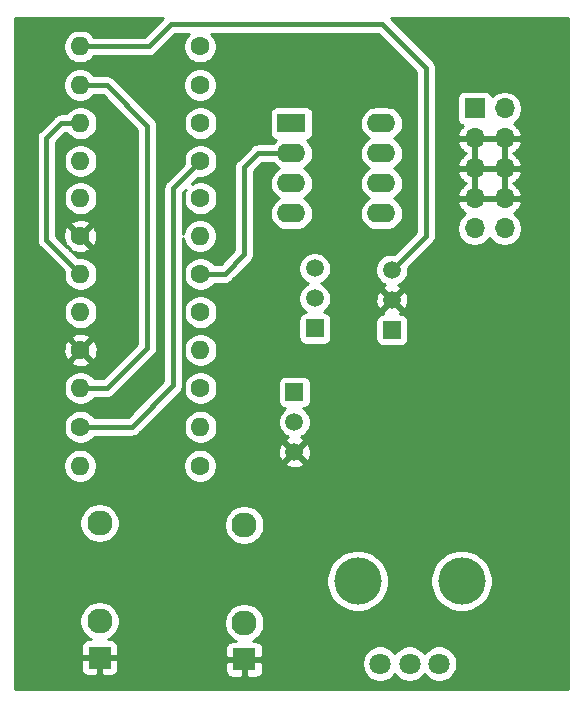
<source format=gbr>
%TF.GenerationSoftware,KiCad,Pcbnew,5.1.12-1.fc35*%
%TF.CreationDate,2022-03-25T10:32:16-04:00*%
%TF.ProjectId,kassuVCA,6b617373-7556-4434-912e-6b696361645f,rev?*%
%TF.SameCoordinates,Original*%
%TF.FileFunction,Copper,L2,Bot*%
%TF.FilePolarity,Positive*%
%FSLAX46Y46*%
G04 Gerber Fmt 4.6, Leading zero omitted, Abs format (unit mm)*
G04 Created by KiCad (PCBNEW 5.1.12-1.fc35) date 2022-03-25 10:32:16*
%MOMM*%
%LPD*%
G01*
G04 APERTURE LIST*
%TA.AperFunction,ComponentPad*%
%ADD10R,1.500000X1.500000*%
%TD*%
%TA.AperFunction,ComponentPad*%
%ADD11C,1.500000*%
%TD*%
%TA.AperFunction,WasherPad*%
%ADD12C,4.000000*%
%TD*%
%TA.AperFunction,ComponentPad*%
%ADD13C,1.800000*%
%TD*%
%TA.AperFunction,ComponentPad*%
%ADD14O,2.400000X1.600000*%
%TD*%
%TA.AperFunction,ComponentPad*%
%ADD15R,2.400000X1.600000*%
%TD*%
%TA.AperFunction,ComponentPad*%
%ADD16O,1.600000X1.600000*%
%TD*%
%TA.AperFunction,ComponentPad*%
%ADD17C,1.600000*%
%TD*%
%TA.AperFunction,ComponentPad*%
%ADD18C,2.130000*%
%TD*%
%TA.AperFunction,ComponentPad*%
%ADD19R,1.930000X1.830000*%
%TD*%
%TA.AperFunction,ComponentPad*%
%ADD20O,1.700000X1.700000*%
%TD*%
%TA.AperFunction,ComponentPad*%
%ADD21R,1.700000X1.700000*%
%TD*%
%TA.AperFunction,Conductor*%
%ADD22C,0.400000*%
%TD*%
%TA.AperFunction,Conductor*%
%ADD23C,0.254000*%
%TD*%
%TA.AperFunction,Conductor*%
%ADD24C,0.100000*%
%TD*%
G04 APERTURE END LIST*
D10*
%TO.P,Q3,1*%
%TO.N,Net-(Q2-Pad1)*%
X45700000Y-40300000D03*
D11*
%TO.P,Q3,3*%
%TO.N,Net-(Q3-Pad3)*%
X45700000Y-35220000D03*
%TO.P,Q3,2*%
%TO.N,GND*%
X45700000Y-37760000D03*
%TD*%
D10*
%TO.P,Q2,1*%
%TO.N,Net-(Q2-Pad1)*%
X39175001Y-40174999D03*
D11*
%TO.P,Q2,3*%
%TO.N,Net-(Q2-Pad3)*%
X39175001Y-35094999D03*
%TO.P,Q2,2*%
%TO.N,Net-(Q2-Pad2)*%
X39175001Y-37634999D03*
%TD*%
D12*
%TO.P,Trim1,*%
%TO.N,*%
X51600000Y-61550000D03*
X42800000Y-61550000D03*
D13*
%TO.P,Trim1,1*%
%TO.N,+12V*%
X49700000Y-68550000D03*
%TO.P,Trim1,2*%
%TO.N,Net-(R4-Pad2)*%
X47200000Y-68550000D03*
%TO.P,Trim1,3*%
%TO.N,-12V*%
X44700000Y-68550000D03*
%TD*%
D14*
%TO.P,U1,8*%
%TO.N,+12V*%
X44820000Y-22800000D03*
%TO.P,U1,4*%
%TO.N,-12V*%
X37200000Y-30420000D03*
%TO.P,U1,7*%
%TO.N,Net-(U1-Pad5)*%
X44820000Y-25340000D03*
%TO.P,U1,3*%
%TO.N,Net-(R12-Pad1)*%
X37200000Y-27880000D03*
%TO.P,U1,6*%
%TO.N,N/C*%
X44820000Y-27880000D03*
%TO.P,U1,2*%
%TO.N,Net-(R11-Pad1)*%
X37200000Y-25340000D03*
%TO.P,U1,5*%
%TO.N,Net-(U1-Pad5)*%
X44820000Y-30420000D03*
D15*
%TO.P,U1,1*%
%TO.N,Net-(R14-Pad1)*%
X37200000Y-22800000D03*
%TD*%
D10*
%TO.P,Q1,1*%
%TO.N,Net-(Q1-Pad1)*%
X37450000Y-45550000D03*
D11*
%TO.P,Q1,3*%
%TO.N,GND*%
X37450000Y-50630000D03*
%TO.P,Q1,2*%
%TO.N,Net-(Q1-Pad2)*%
X37450000Y-48090000D03*
%TD*%
D16*
%TO.P,R4,2*%
%TO.N,Net-(R4-Pad2)*%
X19290000Y-51800000D03*
D17*
%TO.P,R4,1*%
%TO.N,Net-(Q1-Pad2)*%
X29450000Y-51800000D03*
%TD*%
D16*
%TO.P,R15,2*%
%TO.N,Net-(Out1-PadT)*%
X29500000Y-48500000D03*
D17*
%TO.P,R15,1*%
%TO.N,Net-(R14-Pad1)*%
X19340000Y-48500000D03*
%TD*%
D16*
%TO.P,R14,2*%
%TO.N,Net-(R11-Pad1)*%
X19340000Y-26000000D03*
D17*
%TO.P,R14,1*%
%TO.N,Net-(R14-Pad1)*%
X29500000Y-26000000D03*
%TD*%
D16*
%TO.P,R13,2*%
%TO.N,Net-(R12-Pad1)*%
X29460000Y-32350000D03*
D17*
%TO.P,R13,1*%
%TO.N,GND*%
X19300000Y-32350000D03*
%TD*%
D16*
%TO.P,R12,2*%
%TO.N,Net-(Q3-Pad3)*%
X19340000Y-29150000D03*
D17*
%TO.P,R12,1*%
%TO.N,Net-(R12-Pad1)*%
X29500000Y-29150000D03*
%TD*%
D16*
%TO.P,R11,2*%
%TO.N,Net-(Q2-Pad3)*%
X19340000Y-35550000D03*
D17*
%TO.P,R11,1*%
%TO.N,Net-(R11-Pad1)*%
X29500000Y-35550000D03*
%TD*%
D16*
%TO.P,R10,2*%
%TO.N,Net-(Q3-Pad3)*%
X19290000Y-16300000D03*
D17*
%TO.P,R10,1*%
%TO.N,+12V*%
X29450000Y-16300000D03*
%TD*%
D16*
%TO.P,R9,2*%
%TO.N,Net-(Q1-Pad1)*%
X19290000Y-19550000D03*
D17*
%TO.P,R9,1*%
%TO.N,-12V*%
X29450000Y-19550000D03*
%TD*%
D16*
%TO.P,R8,2*%
%TO.N,Net-(Q1-Pad1)*%
X19340000Y-45200000D03*
D17*
%TO.P,R8,1*%
%TO.N,Net-(Q2-Pad1)*%
X29500000Y-45200000D03*
%TD*%
D16*
%TO.P,R7,2*%
%TO.N,Net-(Q2-Pad3)*%
X19340000Y-22800000D03*
D17*
%TO.P,R7,1*%
%TO.N,+12V*%
X29500000Y-22800000D03*
%TD*%
D16*
%TO.P,R6,2*%
%TO.N,Net-(Q2-Pad2)*%
X29500000Y-42000000D03*
D17*
%TO.P,R6,1*%
%TO.N,GND*%
X19340000Y-42000000D03*
%TD*%
D16*
%TO.P,R5,2*%
%TO.N,Net-(In1-PadT)*%
X19340000Y-38800000D03*
D17*
%TO.P,R5,1*%
%TO.N,Net-(Q2-Pad2)*%
X29500000Y-38800000D03*
%TD*%
D18*
%TO.P,Out1,T*%
%TO.N,Net-(Out1-PadT)*%
X33200000Y-56800000D03*
D19*
%TO.P,Out1,S*%
%TO.N,GND*%
X33200000Y-68200000D03*
D18*
%TO.P,Out1,TN*%
%TO.N,N/C*%
X33200000Y-65100000D03*
%TD*%
D20*
%TO.P,J1,10*%
%TO.N,-12V*%
X55240000Y-31710000D03*
%TO.P,J1,9*%
X52700000Y-31710000D03*
%TO.P,J1,8*%
%TO.N,GND*%
X55240000Y-29170000D03*
%TO.P,J1,7*%
X52700000Y-29170000D03*
%TO.P,J1,6*%
X55240000Y-26630000D03*
%TO.P,J1,5*%
X52700000Y-26630000D03*
%TO.P,J1,4*%
X55240000Y-24090000D03*
%TO.P,J1,3*%
X52700000Y-24090000D03*
%TO.P,J1,2*%
%TO.N,+12V*%
X55240000Y-21550000D03*
D21*
%TO.P,J1,1*%
X52700000Y-21550000D03*
%TD*%
D18*
%TO.P,In1,T*%
%TO.N,Net-(In1-PadT)*%
X20950000Y-56650000D03*
D19*
%TO.P,In1,S*%
%TO.N,GND*%
X20950000Y-68050000D03*
D18*
%TO.P,In1,TN*%
%TO.N,N/C*%
X20950000Y-64950000D03*
%TD*%
D22*
%TO.N,GND*%
X19340000Y-42000000D02*
X22500000Y-38840000D01*
X22500000Y-35550000D02*
X19300000Y-32350000D01*
X22500000Y-38840000D02*
X22500000Y-35550000D01*
%TO.N,Net-(Q1-Pad1)*%
X19340000Y-45200000D02*
X21600000Y-45200000D01*
X21600000Y-45200000D02*
X25000000Y-41800000D01*
X25000000Y-41800000D02*
X25000000Y-23000000D01*
X21550000Y-19550000D02*
X19290000Y-19550000D01*
X25000000Y-23000000D02*
X21550000Y-19550000D01*
%TO.N,Net-(Q2-Pad3)*%
X17700000Y-22800000D02*
X19340000Y-22800000D01*
X16450000Y-24050000D02*
X17700000Y-22800000D01*
X16450000Y-32660000D02*
X16450000Y-24050000D01*
X19340000Y-35550000D02*
X16450000Y-32660000D01*
%TO.N,Net-(R11-Pad1)*%
X29500000Y-35550000D02*
X31550000Y-35550000D01*
X31550000Y-35550000D02*
X33200000Y-33900000D01*
X33200000Y-33900000D02*
X33200000Y-26500000D01*
X34360000Y-25340000D02*
X37200000Y-25340000D01*
X33200000Y-26500000D02*
X34360000Y-25340000D01*
%TO.N,Net-(R14-Pad1)*%
X19340000Y-48500000D02*
X23700000Y-48500000D01*
X23700000Y-48500000D02*
X27200000Y-45000000D01*
X27200000Y-28300000D02*
X29500000Y-26000000D01*
X27200000Y-45000000D02*
X27200000Y-28300000D01*
%TO.N,Net-(Q3-Pad3)*%
X48600000Y-18100000D02*
X48600000Y-32320000D01*
X48600000Y-32320000D02*
X45700000Y-35220000D01*
X44900000Y-14400000D02*
X48600000Y-18100000D01*
X27000000Y-14400000D02*
X44900000Y-14400000D01*
X25100000Y-16300000D02*
X27000000Y-14400000D01*
X19290000Y-16300000D02*
X25100000Y-16300000D01*
%TD*%
D23*
%TO.N,GND*%
X24754133Y-15465000D02*
X20457930Y-15465000D01*
X20404637Y-15385241D01*
X20204759Y-15185363D01*
X19969727Y-15028320D01*
X19708574Y-14920147D01*
X19431335Y-14865000D01*
X19148665Y-14865000D01*
X18871426Y-14920147D01*
X18610273Y-15028320D01*
X18375241Y-15185363D01*
X18175363Y-15385241D01*
X18018320Y-15620273D01*
X17910147Y-15881426D01*
X17855000Y-16158665D01*
X17855000Y-16441335D01*
X17910147Y-16718574D01*
X18018320Y-16979727D01*
X18175363Y-17214759D01*
X18375241Y-17414637D01*
X18610273Y-17571680D01*
X18871426Y-17679853D01*
X19148665Y-17735000D01*
X19431335Y-17735000D01*
X19708574Y-17679853D01*
X19969727Y-17571680D01*
X20204759Y-17414637D01*
X20404637Y-17214759D01*
X20457930Y-17135000D01*
X25058982Y-17135000D01*
X25100000Y-17139040D01*
X25141018Y-17135000D01*
X25141019Y-17135000D01*
X25263689Y-17122918D01*
X25421087Y-17075172D01*
X25566146Y-16997636D01*
X25693291Y-16893291D01*
X25719446Y-16861421D01*
X27345869Y-15235000D01*
X28485604Y-15235000D01*
X28335363Y-15385241D01*
X28178320Y-15620273D01*
X28070147Y-15881426D01*
X28015000Y-16158665D01*
X28015000Y-16441335D01*
X28070147Y-16718574D01*
X28178320Y-16979727D01*
X28335363Y-17214759D01*
X28535241Y-17414637D01*
X28770273Y-17571680D01*
X29031426Y-17679853D01*
X29308665Y-17735000D01*
X29591335Y-17735000D01*
X29868574Y-17679853D01*
X30129727Y-17571680D01*
X30364759Y-17414637D01*
X30564637Y-17214759D01*
X30721680Y-16979727D01*
X30829853Y-16718574D01*
X30885000Y-16441335D01*
X30885000Y-16158665D01*
X30829853Y-15881426D01*
X30721680Y-15620273D01*
X30564637Y-15385241D01*
X30414396Y-15235000D01*
X44554133Y-15235000D01*
X47765000Y-18445868D01*
X47765001Y-31974131D01*
X45892897Y-33846236D01*
X45836411Y-33835000D01*
X45563589Y-33835000D01*
X45296011Y-33888225D01*
X45043957Y-33992629D01*
X44817114Y-34144201D01*
X44624201Y-34337114D01*
X44472629Y-34563957D01*
X44368225Y-34816011D01*
X44315000Y-35083589D01*
X44315000Y-35356411D01*
X44368225Y-35623989D01*
X44472629Y-35876043D01*
X44624201Y-36102886D01*
X44817114Y-36295799D01*
X45043957Y-36447371D01*
X45143279Y-36488511D01*
X45101168Y-36503723D01*
X44988137Y-36564140D01*
X44922612Y-36803007D01*
X45700000Y-37580395D01*
X46477388Y-36803007D01*
X46411863Y-36564140D01*
X46253523Y-36489836D01*
X46356043Y-36447371D01*
X46582886Y-36295799D01*
X46775799Y-36102886D01*
X46927371Y-35876043D01*
X47031775Y-35623989D01*
X47085000Y-35356411D01*
X47085000Y-35083589D01*
X47073764Y-35027103D01*
X49161427Y-32939441D01*
X49193291Y-32913291D01*
X49297636Y-32786146D01*
X49375172Y-32641087D01*
X49422918Y-32483689D01*
X49435000Y-32361019D01*
X49435000Y-32361009D01*
X49439039Y-32320001D01*
X49435000Y-32278993D01*
X49435000Y-31563740D01*
X51215000Y-31563740D01*
X51215000Y-31856260D01*
X51272068Y-32143158D01*
X51384010Y-32413411D01*
X51546525Y-32656632D01*
X51753368Y-32863475D01*
X51996589Y-33025990D01*
X52266842Y-33137932D01*
X52553740Y-33195000D01*
X52846260Y-33195000D01*
X53133158Y-33137932D01*
X53403411Y-33025990D01*
X53646632Y-32863475D01*
X53853475Y-32656632D01*
X53970000Y-32482240D01*
X54086525Y-32656632D01*
X54293368Y-32863475D01*
X54536589Y-33025990D01*
X54806842Y-33137932D01*
X55093740Y-33195000D01*
X55386260Y-33195000D01*
X55673158Y-33137932D01*
X55943411Y-33025990D01*
X56186632Y-32863475D01*
X56393475Y-32656632D01*
X56555990Y-32413411D01*
X56667932Y-32143158D01*
X56725000Y-31856260D01*
X56725000Y-31563740D01*
X56667932Y-31276842D01*
X56555990Y-31006589D01*
X56393475Y-30763368D01*
X56186632Y-30556525D01*
X56004466Y-30434805D01*
X56121355Y-30365178D01*
X56337588Y-30170269D01*
X56511641Y-29936920D01*
X56636825Y-29674099D01*
X56681476Y-29526890D01*
X56560155Y-29297000D01*
X55367000Y-29297000D01*
X55367000Y-29317000D01*
X55113000Y-29317000D01*
X55113000Y-29297000D01*
X52827000Y-29297000D01*
X52827000Y-29317000D01*
X52573000Y-29317000D01*
X52573000Y-29297000D01*
X51379845Y-29297000D01*
X51258524Y-29526890D01*
X51303175Y-29674099D01*
X51428359Y-29936920D01*
X51602412Y-30170269D01*
X51818645Y-30365178D01*
X51935534Y-30434805D01*
X51753368Y-30556525D01*
X51546525Y-30763368D01*
X51384010Y-31006589D01*
X51272068Y-31276842D01*
X51215000Y-31563740D01*
X49435000Y-31563740D01*
X49435000Y-26986890D01*
X51258524Y-26986890D01*
X51303175Y-27134099D01*
X51428359Y-27396920D01*
X51602412Y-27630269D01*
X51818645Y-27825178D01*
X51944255Y-27900000D01*
X51818645Y-27974822D01*
X51602412Y-28169731D01*
X51428359Y-28403080D01*
X51303175Y-28665901D01*
X51258524Y-28813110D01*
X51379845Y-29043000D01*
X52573000Y-29043000D01*
X52573000Y-26757000D01*
X52827000Y-26757000D01*
X52827000Y-29043000D01*
X55113000Y-29043000D01*
X55113000Y-26757000D01*
X55367000Y-26757000D01*
X55367000Y-29043000D01*
X56560155Y-29043000D01*
X56681476Y-28813110D01*
X56636825Y-28665901D01*
X56511641Y-28403080D01*
X56337588Y-28169731D01*
X56121355Y-27974822D01*
X55995745Y-27900000D01*
X56121355Y-27825178D01*
X56337588Y-27630269D01*
X56511641Y-27396920D01*
X56636825Y-27134099D01*
X56681476Y-26986890D01*
X56560155Y-26757000D01*
X55367000Y-26757000D01*
X55113000Y-26757000D01*
X52827000Y-26757000D01*
X52573000Y-26757000D01*
X51379845Y-26757000D01*
X51258524Y-26986890D01*
X49435000Y-26986890D01*
X49435000Y-24446890D01*
X51258524Y-24446890D01*
X51303175Y-24594099D01*
X51428359Y-24856920D01*
X51602412Y-25090269D01*
X51818645Y-25285178D01*
X51944255Y-25360000D01*
X51818645Y-25434822D01*
X51602412Y-25629731D01*
X51428359Y-25863080D01*
X51303175Y-26125901D01*
X51258524Y-26273110D01*
X51379845Y-26503000D01*
X52573000Y-26503000D01*
X52573000Y-24217000D01*
X52827000Y-24217000D01*
X52827000Y-26503000D01*
X55113000Y-26503000D01*
X55113000Y-24217000D01*
X55367000Y-24217000D01*
X55367000Y-26503000D01*
X56560155Y-26503000D01*
X56681476Y-26273110D01*
X56636825Y-26125901D01*
X56511641Y-25863080D01*
X56337588Y-25629731D01*
X56121355Y-25434822D01*
X55995745Y-25360000D01*
X56121355Y-25285178D01*
X56337588Y-25090269D01*
X56511641Y-24856920D01*
X56636825Y-24594099D01*
X56681476Y-24446890D01*
X56560155Y-24217000D01*
X55367000Y-24217000D01*
X55113000Y-24217000D01*
X52827000Y-24217000D01*
X52573000Y-24217000D01*
X51379845Y-24217000D01*
X51258524Y-24446890D01*
X49435000Y-24446890D01*
X49435000Y-20700000D01*
X51211928Y-20700000D01*
X51211928Y-22400000D01*
X51224188Y-22524482D01*
X51260498Y-22644180D01*
X51319463Y-22754494D01*
X51398815Y-22851185D01*
X51495506Y-22930537D01*
X51605820Y-22989502D01*
X51686466Y-23013966D01*
X51602412Y-23089731D01*
X51428359Y-23323080D01*
X51303175Y-23585901D01*
X51258524Y-23733110D01*
X51379845Y-23963000D01*
X52573000Y-23963000D01*
X52573000Y-23943000D01*
X52827000Y-23943000D01*
X52827000Y-23963000D01*
X55113000Y-23963000D01*
X55113000Y-23943000D01*
X55367000Y-23943000D01*
X55367000Y-23963000D01*
X56560155Y-23963000D01*
X56681476Y-23733110D01*
X56636825Y-23585901D01*
X56511641Y-23323080D01*
X56337588Y-23089731D01*
X56121355Y-22894822D01*
X56004466Y-22825195D01*
X56186632Y-22703475D01*
X56393475Y-22496632D01*
X56555990Y-22253411D01*
X56667932Y-21983158D01*
X56725000Y-21696260D01*
X56725000Y-21403740D01*
X56667932Y-21116842D01*
X56555990Y-20846589D01*
X56393475Y-20603368D01*
X56186632Y-20396525D01*
X55943411Y-20234010D01*
X55673158Y-20122068D01*
X55386260Y-20065000D01*
X55093740Y-20065000D01*
X54806842Y-20122068D01*
X54536589Y-20234010D01*
X54293368Y-20396525D01*
X54161513Y-20528380D01*
X54139502Y-20455820D01*
X54080537Y-20345506D01*
X54001185Y-20248815D01*
X53904494Y-20169463D01*
X53794180Y-20110498D01*
X53674482Y-20074188D01*
X53550000Y-20061928D01*
X51850000Y-20061928D01*
X51725518Y-20074188D01*
X51605820Y-20110498D01*
X51495506Y-20169463D01*
X51398815Y-20248815D01*
X51319463Y-20345506D01*
X51260498Y-20455820D01*
X51224188Y-20575518D01*
X51211928Y-20700000D01*
X49435000Y-20700000D01*
X49435000Y-18141018D01*
X49439040Y-18099999D01*
X49422918Y-17936311D01*
X49375172Y-17778913D01*
X49297636Y-17633854D01*
X49246611Y-17571680D01*
X49193291Y-17506709D01*
X49161428Y-17480560D01*
X45607867Y-13927000D01*
X60573000Y-13927000D01*
X60573000Y-70673000D01*
X13827000Y-70673000D01*
X13827000Y-68965000D01*
X19346928Y-68965000D01*
X19359188Y-69089482D01*
X19395498Y-69209180D01*
X19454463Y-69319494D01*
X19533815Y-69416185D01*
X19630506Y-69495537D01*
X19740820Y-69554502D01*
X19860518Y-69590812D01*
X19985000Y-69603072D01*
X20664250Y-69600000D01*
X20823000Y-69441250D01*
X20823000Y-68177000D01*
X21077000Y-68177000D01*
X21077000Y-69441250D01*
X21235750Y-69600000D01*
X21915000Y-69603072D01*
X22039482Y-69590812D01*
X22159180Y-69554502D01*
X22269494Y-69495537D01*
X22366185Y-69416185D01*
X22445537Y-69319494D01*
X22504502Y-69209180D01*
X22533071Y-69115000D01*
X31596928Y-69115000D01*
X31609188Y-69239482D01*
X31645498Y-69359180D01*
X31704463Y-69469494D01*
X31783815Y-69566185D01*
X31880506Y-69645537D01*
X31990820Y-69704502D01*
X32110518Y-69740812D01*
X32235000Y-69753072D01*
X32914250Y-69750000D01*
X33073000Y-69591250D01*
X33073000Y-68327000D01*
X33327000Y-68327000D01*
X33327000Y-69591250D01*
X33485750Y-69750000D01*
X34165000Y-69753072D01*
X34289482Y-69740812D01*
X34409180Y-69704502D01*
X34519494Y-69645537D01*
X34616185Y-69566185D01*
X34695537Y-69469494D01*
X34754502Y-69359180D01*
X34790812Y-69239482D01*
X34803072Y-69115000D01*
X34800000Y-68485750D01*
X34713066Y-68398816D01*
X43165000Y-68398816D01*
X43165000Y-68701184D01*
X43223989Y-68997743D01*
X43339701Y-69277095D01*
X43507688Y-69528505D01*
X43721495Y-69742312D01*
X43972905Y-69910299D01*
X44252257Y-70026011D01*
X44548816Y-70085000D01*
X44851184Y-70085000D01*
X45147743Y-70026011D01*
X45427095Y-69910299D01*
X45678505Y-69742312D01*
X45892312Y-69528505D01*
X45950000Y-69442169D01*
X46007688Y-69528505D01*
X46221495Y-69742312D01*
X46472905Y-69910299D01*
X46752257Y-70026011D01*
X47048816Y-70085000D01*
X47351184Y-70085000D01*
X47647743Y-70026011D01*
X47927095Y-69910299D01*
X48178505Y-69742312D01*
X48392312Y-69528505D01*
X48450000Y-69442169D01*
X48507688Y-69528505D01*
X48721495Y-69742312D01*
X48972905Y-69910299D01*
X49252257Y-70026011D01*
X49548816Y-70085000D01*
X49851184Y-70085000D01*
X50147743Y-70026011D01*
X50427095Y-69910299D01*
X50678505Y-69742312D01*
X50892312Y-69528505D01*
X51060299Y-69277095D01*
X51176011Y-68997743D01*
X51235000Y-68701184D01*
X51235000Y-68398816D01*
X51176011Y-68102257D01*
X51060299Y-67822905D01*
X50892312Y-67571495D01*
X50678505Y-67357688D01*
X50427095Y-67189701D01*
X50147743Y-67073989D01*
X49851184Y-67015000D01*
X49548816Y-67015000D01*
X49252257Y-67073989D01*
X48972905Y-67189701D01*
X48721495Y-67357688D01*
X48507688Y-67571495D01*
X48450000Y-67657831D01*
X48392312Y-67571495D01*
X48178505Y-67357688D01*
X47927095Y-67189701D01*
X47647743Y-67073989D01*
X47351184Y-67015000D01*
X47048816Y-67015000D01*
X46752257Y-67073989D01*
X46472905Y-67189701D01*
X46221495Y-67357688D01*
X46007688Y-67571495D01*
X45950000Y-67657831D01*
X45892312Y-67571495D01*
X45678505Y-67357688D01*
X45427095Y-67189701D01*
X45147743Y-67073989D01*
X44851184Y-67015000D01*
X44548816Y-67015000D01*
X44252257Y-67073989D01*
X43972905Y-67189701D01*
X43721495Y-67357688D01*
X43507688Y-67571495D01*
X43339701Y-67822905D01*
X43223989Y-68102257D01*
X43165000Y-68398816D01*
X34713066Y-68398816D01*
X34641250Y-68327000D01*
X33327000Y-68327000D01*
X33073000Y-68327000D01*
X31758750Y-68327000D01*
X31600000Y-68485750D01*
X31596928Y-69115000D01*
X22533071Y-69115000D01*
X22540812Y-69089482D01*
X22553072Y-68965000D01*
X22550000Y-68335750D01*
X22391250Y-68177000D01*
X21077000Y-68177000D01*
X20823000Y-68177000D01*
X19508750Y-68177000D01*
X19350000Y-68335750D01*
X19346928Y-68965000D01*
X13827000Y-68965000D01*
X13827000Y-64782565D01*
X19250000Y-64782565D01*
X19250000Y-65117435D01*
X19315330Y-65445872D01*
X19443479Y-65755252D01*
X19629523Y-66033687D01*
X19866313Y-66270477D01*
X20144748Y-66456521D01*
X20245140Y-66498105D01*
X19985000Y-66496928D01*
X19860518Y-66509188D01*
X19740820Y-66545498D01*
X19630506Y-66604463D01*
X19533815Y-66683815D01*
X19454463Y-66780506D01*
X19395498Y-66890820D01*
X19359188Y-67010518D01*
X19346928Y-67135000D01*
X19350000Y-67764250D01*
X19508750Y-67923000D01*
X20823000Y-67923000D01*
X20823000Y-67903000D01*
X21077000Y-67903000D01*
X21077000Y-67923000D01*
X22391250Y-67923000D01*
X22550000Y-67764250D01*
X22553072Y-67135000D01*
X22540812Y-67010518D01*
X22504502Y-66890820D01*
X22445537Y-66780506D01*
X22366185Y-66683815D01*
X22269494Y-66604463D01*
X22159180Y-66545498D01*
X22039482Y-66509188D01*
X21915000Y-66496928D01*
X21654860Y-66498105D01*
X21755252Y-66456521D01*
X22033687Y-66270477D01*
X22270477Y-66033687D01*
X22456521Y-65755252D01*
X22584670Y-65445872D01*
X22650000Y-65117435D01*
X22650000Y-64932565D01*
X31500000Y-64932565D01*
X31500000Y-65267435D01*
X31565330Y-65595872D01*
X31693479Y-65905252D01*
X31879523Y-66183687D01*
X32116313Y-66420477D01*
X32394748Y-66606521D01*
X32495140Y-66648105D01*
X32235000Y-66646928D01*
X32110518Y-66659188D01*
X31990820Y-66695498D01*
X31880506Y-66754463D01*
X31783815Y-66833815D01*
X31704463Y-66930506D01*
X31645498Y-67040820D01*
X31609188Y-67160518D01*
X31596928Y-67285000D01*
X31600000Y-67914250D01*
X31758750Y-68073000D01*
X33073000Y-68073000D01*
X33073000Y-68053000D01*
X33327000Y-68053000D01*
X33327000Y-68073000D01*
X34641250Y-68073000D01*
X34800000Y-67914250D01*
X34803072Y-67285000D01*
X34790812Y-67160518D01*
X34754502Y-67040820D01*
X34695537Y-66930506D01*
X34616185Y-66833815D01*
X34519494Y-66754463D01*
X34409180Y-66695498D01*
X34289482Y-66659188D01*
X34165000Y-66646928D01*
X33904860Y-66648105D01*
X34005252Y-66606521D01*
X34283687Y-66420477D01*
X34520477Y-66183687D01*
X34706521Y-65905252D01*
X34834670Y-65595872D01*
X34900000Y-65267435D01*
X34900000Y-64932565D01*
X34834670Y-64604128D01*
X34706521Y-64294748D01*
X34520477Y-64016313D01*
X34283687Y-63779523D01*
X34005252Y-63593479D01*
X33695872Y-63465330D01*
X33367435Y-63400000D01*
X33032565Y-63400000D01*
X32704128Y-63465330D01*
X32394748Y-63593479D01*
X32116313Y-63779523D01*
X31879523Y-64016313D01*
X31693479Y-64294748D01*
X31565330Y-64604128D01*
X31500000Y-64932565D01*
X22650000Y-64932565D01*
X22650000Y-64782565D01*
X22584670Y-64454128D01*
X22456521Y-64144748D01*
X22270477Y-63866313D01*
X22033687Y-63629523D01*
X21755252Y-63443479D01*
X21445872Y-63315330D01*
X21117435Y-63250000D01*
X20782565Y-63250000D01*
X20454128Y-63315330D01*
X20144748Y-63443479D01*
X19866313Y-63629523D01*
X19629523Y-63866313D01*
X19443479Y-64144748D01*
X19315330Y-64454128D01*
X19250000Y-64782565D01*
X13827000Y-64782565D01*
X13827000Y-61290475D01*
X40165000Y-61290475D01*
X40165000Y-61809525D01*
X40266261Y-62318601D01*
X40464893Y-62798141D01*
X40753262Y-63229715D01*
X41120285Y-63596738D01*
X41551859Y-63885107D01*
X42031399Y-64083739D01*
X42540475Y-64185000D01*
X43059525Y-64185000D01*
X43568601Y-64083739D01*
X44048141Y-63885107D01*
X44479715Y-63596738D01*
X44846738Y-63229715D01*
X45135107Y-62798141D01*
X45333739Y-62318601D01*
X45435000Y-61809525D01*
X45435000Y-61290475D01*
X48965000Y-61290475D01*
X48965000Y-61809525D01*
X49066261Y-62318601D01*
X49264893Y-62798141D01*
X49553262Y-63229715D01*
X49920285Y-63596738D01*
X50351859Y-63885107D01*
X50831399Y-64083739D01*
X51340475Y-64185000D01*
X51859525Y-64185000D01*
X52368601Y-64083739D01*
X52848141Y-63885107D01*
X53279715Y-63596738D01*
X53646738Y-63229715D01*
X53935107Y-62798141D01*
X54133739Y-62318601D01*
X54235000Y-61809525D01*
X54235000Y-61290475D01*
X54133739Y-60781399D01*
X53935107Y-60301859D01*
X53646738Y-59870285D01*
X53279715Y-59503262D01*
X52848141Y-59214893D01*
X52368601Y-59016261D01*
X51859525Y-58915000D01*
X51340475Y-58915000D01*
X50831399Y-59016261D01*
X50351859Y-59214893D01*
X49920285Y-59503262D01*
X49553262Y-59870285D01*
X49264893Y-60301859D01*
X49066261Y-60781399D01*
X48965000Y-61290475D01*
X45435000Y-61290475D01*
X45333739Y-60781399D01*
X45135107Y-60301859D01*
X44846738Y-59870285D01*
X44479715Y-59503262D01*
X44048141Y-59214893D01*
X43568601Y-59016261D01*
X43059525Y-58915000D01*
X42540475Y-58915000D01*
X42031399Y-59016261D01*
X41551859Y-59214893D01*
X41120285Y-59503262D01*
X40753262Y-59870285D01*
X40464893Y-60301859D01*
X40266261Y-60781399D01*
X40165000Y-61290475D01*
X13827000Y-61290475D01*
X13827000Y-56482565D01*
X19250000Y-56482565D01*
X19250000Y-56817435D01*
X19315330Y-57145872D01*
X19443479Y-57455252D01*
X19629523Y-57733687D01*
X19866313Y-57970477D01*
X20144748Y-58156521D01*
X20454128Y-58284670D01*
X20782565Y-58350000D01*
X21117435Y-58350000D01*
X21445872Y-58284670D01*
X21755252Y-58156521D01*
X22033687Y-57970477D01*
X22270477Y-57733687D01*
X22456521Y-57455252D01*
X22584670Y-57145872D01*
X22650000Y-56817435D01*
X22650000Y-56632565D01*
X31500000Y-56632565D01*
X31500000Y-56967435D01*
X31565330Y-57295872D01*
X31693479Y-57605252D01*
X31879523Y-57883687D01*
X32116313Y-58120477D01*
X32394748Y-58306521D01*
X32704128Y-58434670D01*
X33032565Y-58500000D01*
X33367435Y-58500000D01*
X33695872Y-58434670D01*
X34005252Y-58306521D01*
X34283687Y-58120477D01*
X34520477Y-57883687D01*
X34706521Y-57605252D01*
X34834670Y-57295872D01*
X34900000Y-56967435D01*
X34900000Y-56632565D01*
X34834670Y-56304128D01*
X34706521Y-55994748D01*
X34520477Y-55716313D01*
X34283687Y-55479523D01*
X34005252Y-55293479D01*
X33695872Y-55165330D01*
X33367435Y-55100000D01*
X33032565Y-55100000D01*
X32704128Y-55165330D01*
X32394748Y-55293479D01*
X32116313Y-55479523D01*
X31879523Y-55716313D01*
X31693479Y-55994748D01*
X31565330Y-56304128D01*
X31500000Y-56632565D01*
X22650000Y-56632565D01*
X22650000Y-56482565D01*
X22584670Y-56154128D01*
X22456521Y-55844748D01*
X22270477Y-55566313D01*
X22033687Y-55329523D01*
X21755252Y-55143479D01*
X21445872Y-55015330D01*
X21117435Y-54950000D01*
X20782565Y-54950000D01*
X20454128Y-55015330D01*
X20144748Y-55143479D01*
X19866313Y-55329523D01*
X19629523Y-55566313D01*
X19443479Y-55844748D01*
X19315330Y-56154128D01*
X19250000Y-56482565D01*
X13827000Y-56482565D01*
X13827000Y-51658665D01*
X17855000Y-51658665D01*
X17855000Y-51941335D01*
X17910147Y-52218574D01*
X18018320Y-52479727D01*
X18175363Y-52714759D01*
X18375241Y-52914637D01*
X18610273Y-53071680D01*
X18871426Y-53179853D01*
X19148665Y-53235000D01*
X19431335Y-53235000D01*
X19708574Y-53179853D01*
X19969727Y-53071680D01*
X20204759Y-52914637D01*
X20404637Y-52714759D01*
X20561680Y-52479727D01*
X20669853Y-52218574D01*
X20725000Y-51941335D01*
X20725000Y-51658665D01*
X28015000Y-51658665D01*
X28015000Y-51941335D01*
X28070147Y-52218574D01*
X28178320Y-52479727D01*
X28335363Y-52714759D01*
X28535241Y-52914637D01*
X28770273Y-53071680D01*
X29031426Y-53179853D01*
X29308665Y-53235000D01*
X29591335Y-53235000D01*
X29868574Y-53179853D01*
X30129727Y-53071680D01*
X30364759Y-52914637D01*
X30564637Y-52714759D01*
X30721680Y-52479727D01*
X30829853Y-52218574D01*
X30885000Y-51941335D01*
X30885000Y-51658665D01*
X30870744Y-51586993D01*
X36672612Y-51586993D01*
X36738137Y-51825860D01*
X36985116Y-51941760D01*
X37249960Y-52007250D01*
X37522492Y-52019812D01*
X37792238Y-51978965D01*
X38048832Y-51886277D01*
X38161863Y-51825860D01*
X38227388Y-51586993D01*
X37450000Y-50809605D01*
X36672612Y-51586993D01*
X30870744Y-51586993D01*
X30829853Y-51381426D01*
X30721680Y-51120273D01*
X30564637Y-50885241D01*
X30381888Y-50702492D01*
X36060188Y-50702492D01*
X36101035Y-50972238D01*
X36193723Y-51228832D01*
X36254140Y-51341863D01*
X36493007Y-51407388D01*
X37270395Y-50630000D01*
X37629605Y-50630000D01*
X38406993Y-51407388D01*
X38645860Y-51341863D01*
X38761760Y-51094884D01*
X38827250Y-50830040D01*
X38839812Y-50557508D01*
X38798965Y-50287762D01*
X38706277Y-50031168D01*
X38645860Y-49918137D01*
X38406993Y-49852612D01*
X37629605Y-50630000D01*
X37270395Y-50630000D01*
X36493007Y-49852612D01*
X36254140Y-49918137D01*
X36138240Y-50165116D01*
X36072750Y-50429960D01*
X36060188Y-50702492D01*
X30381888Y-50702492D01*
X30364759Y-50685363D01*
X30129727Y-50528320D01*
X29868574Y-50420147D01*
X29591335Y-50365000D01*
X29308665Y-50365000D01*
X29031426Y-50420147D01*
X28770273Y-50528320D01*
X28535241Y-50685363D01*
X28335363Y-50885241D01*
X28178320Y-51120273D01*
X28070147Y-51381426D01*
X28015000Y-51658665D01*
X20725000Y-51658665D01*
X20669853Y-51381426D01*
X20561680Y-51120273D01*
X20404637Y-50885241D01*
X20204759Y-50685363D01*
X19969727Y-50528320D01*
X19708574Y-50420147D01*
X19431335Y-50365000D01*
X19148665Y-50365000D01*
X18871426Y-50420147D01*
X18610273Y-50528320D01*
X18375241Y-50685363D01*
X18175363Y-50885241D01*
X18018320Y-51120273D01*
X17910147Y-51381426D01*
X17855000Y-51658665D01*
X13827000Y-51658665D01*
X13827000Y-48358665D01*
X17905000Y-48358665D01*
X17905000Y-48641335D01*
X17960147Y-48918574D01*
X18068320Y-49179727D01*
X18225363Y-49414759D01*
X18425241Y-49614637D01*
X18660273Y-49771680D01*
X18921426Y-49879853D01*
X19198665Y-49935000D01*
X19481335Y-49935000D01*
X19758574Y-49879853D01*
X20019727Y-49771680D01*
X20254759Y-49614637D01*
X20454637Y-49414759D01*
X20507930Y-49335000D01*
X23658982Y-49335000D01*
X23700000Y-49339040D01*
X23741018Y-49335000D01*
X23741019Y-49335000D01*
X23863689Y-49322918D01*
X24021087Y-49275172D01*
X24166146Y-49197636D01*
X24293291Y-49093291D01*
X24319446Y-49061421D01*
X25022202Y-48358665D01*
X28065000Y-48358665D01*
X28065000Y-48641335D01*
X28120147Y-48918574D01*
X28228320Y-49179727D01*
X28385363Y-49414759D01*
X28585241Y-49614637D01*
X28820273Y-49771680D01*
X29081426Y-49879853D01*
X29358665Y-49935000D01*
X29641335Y-49935000D01*
X29918574Y-49879853D01*
X30179727Y-49771680D01*
X30414759Y-49614637D01*
X30614637Y-49414759D01*
X30771680Y-49179727D01*
X30879853Y-48918574D01*
X30935000Y-48641335D01*
X30935000Y-48358665D01*
X30879853Y-48081426D01*
X30771680Y-47820273D01*
X30614637Y-47585241D01*
X30414759Y-47385363D01*
X30179727Y-47228320D01*
X29918574Y-47120147D01*
X29641335Y-47065000D01*
X29358665Y-47065000D01*
X29081426Y-47120147D01*
X28820273Y-47228320D01*
X28585241Y-47385363D01*
X28385363Y-47585241D01*
X28228320Y-47820273D01*
X28120147Y-48081426D01*
X28065000Y-48358665D01*
X25022202Y-48358665D01*
X27761428Y-45619440D01*
X27793291Y-45593291D01*
X27897636Y-45466146D01*
X27975172Y-45321087D01*
X28022918Y-45163689D01*
X28033262Y-45058665D01*
X28065000Y-45058665D01*
X28065000Y-45341335D01*
X28120147Y-45618574D01*
X28228320Y-45879727D01*
X28385363Y-46114759D01*
X28585241Y-46314637D01*
X28820273Y-46471680D01*
X29081426Y-46579853D01*
X29358665Y-46635000D01*
X29641335Y-46635000D01*
X29918574Y-46579853D01*
X30179727Y-46471680D01*
X30414759Y-46314637D01*
X30614637Y-46114759D01*
X30771680Y-45879727D01*
X30879853Y-45618574D01*
X30935000Y-45341335D01*
X30935000Y-45058665D01*
X30883548Y-44800000D01*
X36061928Y-44800000D01*
X36061928Y-46300000D01*
X36074188Y-46424482D01*
X36110498Y-46544180D01*
X36169463Y-46654494D01*
X36248815Y-46751185D01*
X36345506Y-46830537D01*
X36455820Y-46889502D01*
X36575518Y-46925812D01*
X36683483Y-46936445D01*
X36567114Y-47014201D01*
X36374201Y-47207114D01*
X36222629Y-47433957D01*
X36118225Y-47686011D01*
X36065000Y-47953589D01*
X36065000Y-48226411D01*
X36118225Y-48493989D01*
X36222629Y-48746043D01*
X36374201Y-48972886D01*
X36567114Y-49165799D01*
X36793957Y-49317371D01*
X36893279Y-49358511D01*
X36851168Y-49373723D01*
X36738137Y-49434140D01*
X36672612Y-49673007D01*
X37450000Y-50450395D01*
X38227388Y-49673007D01*
X38161863Y-49434140D01*
X38003523Y-49359836D01*
X38106043Y-49317371D01*
X38332886Y-49165799D01*
X38525799Y-48972886D01*
X38677371Y-48746043D01*
X38781775Y-48493989D01*
X38835000Y-48226411D01*
X38835000Y-47953589D01*
X38781775Y-47686011D01*
X38677371Y-47433957D01*
X38525799Y-47207114D01*
X38332886Y-47014201D01*
X38216517Y-46936445D01*
X38324482Y-46925812D01*
X38444180Y-46889502D01*
X38554494Y-46830537D01*
X38651185Y-46751185D01*
X38730537Y-46654494D01*
X38789502Y-46544180D01*
X38825812Y-46424482D01*
X38838072Y-46300000D01*
X38838072Y-44800000D01*
X38825812Y-44675518D01*
X38789502Y-44555820D01*
X38730537Y-44445506D01*
X38651185Y-44348815D01*
X38554494Y-44269463D01*
X38444180Y-44210498D01*
X38324482Y-44174188D01*
X38200000Y-44161928D01*
X36700000Y-44161928D01*
X36575518Y-44174188D01*
X36455820Y-44210498D01*
X36345506Y-44269463D01*
X36248815Y-44348815D01*
X36169463Y-44445506D01*
X36110498Y-44555820D01*
X36074188Y-44675518D01*
X36061928Y-44800000D01*
X30883548Y-44800000D01*
X30879853Y-44781426D01*
X30771680Y-44520273D01*
X30614637Y-44285241D01*
X30414759Y-44085363D01*
X30179727Y-43928320D01*
X29918574Y-43820147D01*
X29641335Y-43765000D01*
X29358665Y-43765000D01*
X29081426Y-43820147D01*
X28820273Y-43928320D01*
X28585241Y-44085363D01*
X28385363Y-44285241D01*
X28228320Y-44520273D01*
X28120147Y-44781426D01*
X28065000Y-45058665D01*
X28033262Y-45058665D01*
X28035000Y-45041019D01*
X28035000Y-45041009D01*
X28039039Y-45000001D01*
X28035000Y-44958993D01*
X28035000Y-41858665D01*
X28065000Y-41858665D01*
X28065000Y-42141335D01*
X28120147Y-42418574D01*
X28228320Y-42679727D01*
X28385363Y-42914759D01*
X28585241Y-43114637D01*
X28820273Y-43271680D01*
X29081426Y-43379853D01*
X29358665Y-43435000D01*
X29641335Y-43435000D01*
X29918574Y-43379853D01*
X30179727Y-43271680D01*
X30414759Y-43114637D01*
X30614637Y-42914759D01*
X30771680Y-42679727D01*
X30879853Y-42418574D01*
X30935000Y-42141335D01*
X30935000Y-41858665D01*
X30879853Y-41581426D01*
X30771680Y-41320273D01*
X30614637Y-41085241D01*
X30414759Y-40885363D01*
X30179727Y-40728320D01*
X29918574Y-40620147D01*
X29641335Y-40565000D01*
X29358665Y-40565000D01*
X29081426Y-40620147D01*
X28820273Y-40728320D01*
X28585241Y-40885363D01*
X28385363Y-41085241D01*
X28228320Y-41320273D01*
X28120147Y-41581426D01*
X28065000Y-41858665D01*
X28035000Y-41858665D01*
X28035000Y-38658665D01*
X28065000Y-38658665D01*
X28065000Y-38941335D01*
X28120147Y-39218574D01*
X28228320Y-39479727D01*
X28385363Y-39714759D01*
X28585241Y-39914637D01*
X28820273Y-40071680D01*
X29081426Y-40179853D01*
X29358665Y-40235000D01*
X29641335Y-40235000D01*
X29918574Y-40179853D01*
X30179727Y-40071680D01*
X30414759Y-39914637D01*
X30614637Y-39714759D01*
X30771680Y-39479727D01*
X30794349Y-39424999D01*
X37786929Y-39424999D01*
X37786929Y-40924999D01*
X37799189Y-41049481D01*
X37835499Y-41169179D01*
X37894464Y-41279493D01*
X37973816Y-41376184D01*
X38070507Y-41455536D01*
X38180821Y-41514501D01*
X38300519Y-41550811D01*
X38425001Y-41563071D01*
X39925001Y-41563071D01*
X40049483Y-41550811D01*
X40169181Y-41514501D01*
X40279495Y-41455536D01*
X40376186Y-41376184D01*
X40455538Y-41279493D01*
X40514503Y-41169179D01*
X40550813Y-41049481D01*
X40563073Y-40924999D01*
X40563073Y-39550000D01*
X44311928Y-39550000D01*
X44311928Y-41050000D01*
X44324188Y-41174482D01*
X44360498Y-41294180D01*
X44419463Y-41404494D01*
X44498815Y-41501185D01*
X44595506Y-41580537D01*
X44705820Y-41639502D01*
X44825518Y-41675812D01*
X44950000Y-41688072D01*
X46450000Y-41688072D01*
X46574482Y-41675812D01*
X46694180Y-41639502D01*
X46804494Y-41580537D01*
X46901185Y-41501185D01*
X46980537Y-41404494D01*
X47039502Y-41294180D01*
X47075812Y-41174482D01*
X47088072Y-41050000D01*
X47088072Y-39550000D01*
X47075812Y-39425518D01*
X47039502Y-39305820D01*
X46980537Y-39195506D01*
X46901185Y-39098815D01*
X46804494Y-39019463D01*
X46694180Y-38960498D01*
X46574482Y-38924188D01*
X46450000Y-38911928D01*
X46423914Y-38911928D01*
X46477388Y-38716993D01*
X45700000Y-37939605D01*
X44922612Y-38716993D01*
X44976086Y-38911928D01*
X44950000Y-38911928D01*
X44825518Y-38924188D01*
X44705820Y-38960498D01*
X44595506Y-39019463D01*
X44498815Y-39098815D01*
X44419463Y-39195506D01*
X44360498Y-39305820D01*
X44324188Y-39425518D01*
X44311928Y-39550000D01*
X40563073Y-39550000D01*
X40563073Y-39424999D01*
X40550813Y-39300517D01*
X40514503Y-39180819D01*
X40455538Y-39070505D01*
X40376186Y-38973814D01*
X40279495Y-38894462D01*
X40169181Y-38835497D01*
X40049483Y-38799187D01*
X39941518Y-38788554D01*
X40057887Y-38710798D01*
X40250800Y-38517885D01*
X40402372Y-38291042D01*
X40506776Y-38038988D01*
X40547850Y-37832492D01*
X44310188Y-37832492D01*
X44351035Y-38102238D01*
X44443723Y-38358832D01*
X44504140Y-38471863D01*
X44743007Y-38537388D01*
X45520395Y-37760000D01*
X45879605Y-37760000D01*
X46656993Y-38537388D01*
X46895860Y-38471863D01*
X47011760Y-38224884D01*
X47077250Y-37960040D01*
X47089812Y-37687508D01*
X47048965Y-37417762D01*
X46956277Y-37161168D01*
X46895860Y-37048137D01*
X46656993Y-36982612D01*
X45879605Y-37760000D01*
X45520395Y-37760000D01*
X44743007Y-36982612D01*
X44504140Y-37048137D01*
X44388240Y-37295116D01*
X44322750Y-37559960D01*
X44310188Y-37832492D01*
X40547850Y-37832492D01*
X40560001Y-37771410D01*
X40560001Y-37498588D01*
X40506776Y-37231010D01*
X40402372Y-36978956D01*
X40250800Y-36752113D01*
X40057887Y-36559200D01*
X39831044Y-36407628D01*
X39728128Y-36364999D01*
X39831044Y-36322370D01*
X40057887Y-36170798D01*
X40250800Y-35977885D01*
X40402372Y-35751042D01*
X40506776Y-35498988D01*
X40560001Y-35231410D01*
X40560001Y-34958588D01*
X40506776Y-34691010D01*
X40402372Y-34438956D01*
X40250800Y-34212113D01*
X40057887Y-34019200D01*
X39831044Y-33867628D01*
X39578990Y-33763224D01*
X39311412Y-33709999D01*
X39038590Y-33709999D01*
X38771012Y-33763224D01*
X38518958Y-33867628D01*
X38292115Y-34019200D01*
X38099202Y-34212113D01*
X37947630Y-34438956D01*
X37843226Y-34691010D01*
X37790001Y-34958588D01*
X37790001Y-35231410D01*
X37843226Y-35498988D01*
X37947630Y-35751042D01*
X38099202Y-35977885D01*
X38292115Y-36170798D01*
X38518958Y-36322370D01*
X38621874Y-36364999D01*
X38518958Y-36407628D01*
X38292115Y-36559200D01*
X38099202Y-36752113D01*
X37947630Y-36978956D01*
X37843226Y-37231010D01*
X37790001Y-37498588D01*
X37790001Y-37771410D01*
X37843226Y-38038988D01*
X37947630Y-38291042D01*
X38099202Y-38517885D01*
X38292115Y-38710798D01*
X38408484Y-38788554D01*
X38300519Y-38799187D01*
X38180821Y-38835497D01*
X38070507Y-38894462D01*
X37973816Y-38973814D01*
X37894464Y-39070505D01*
X37835499Y-39180819D01*
X37799189Y-39300517D01*
X37786929Y-39424999D01*
X30794349Y-39424999D01*
X30879853Y-39218574D01*
X30935000Y-38941335D01*
X30935000Y-38658665D01*
X30879853Y-38381426D01*
X30771680Y-38120273D01*
X30614637Y-37885241D01*
X30414759Y-37685363D01*
X30179727Y-37528320D01*
X29918574Y-37420147D01*
X29641335Y-37365000D01*
X29358665Y-37365000D01*
X29081426Y-37420147D01*
X28820273Y-37528320D01*
X28585241Y-37685363D01*
X28385363Y-37885241D01*
X28228320Y-38120273D01*
X28120147Y-38381426D01*
X28065000Y-38658665D01*
X28035000Y-38658665D01*
X28035000Y-35408665D01*
X28065000Y-35408665D01*
X28065000Y-35691335D01*
X28120147Y-35968574D01*
X28228320Y-36229727D01*
X28385363Y-36464759D01*
X28585241Y-36664637D01*
X28820273Y-36821680D01*
X29081426Y-36929853D01*
X29358665Y-36985000D01*
X29641335Y-36985000D01*
X29918574Y-36929853D01*
X30179727Y-36821680D01*
X30414759Y-36664637D01*
X30614637Y-36464759D01*
X30667930Y-36385000D01*
X31508982Y-36385000D01*
X31550000Y-36389040D01*
X31591018Y-36385000D01*
X31591019Y-36385000D01*
X31713689Y-36372918D01*
X31871087Y-36325172D01*
X32016146Y-36247636D01*
X32143291Y-36143291D01*
X32169446Y-36111421D01*
X33761428Y-34519440D01*
X33793291Y-34493291D01*
X33897636Y-34366146D01*
X33975172Y-34221087D01*
X34022918Y-34063689D01*
X34035000Y-33941019D01*
X34035000Y-33941009D01*
X34039039Y-33900001D01*
X34035000Y-33858993D01*
X34035000Y-26845867D01*
X34705869Y-26175000D01*
X35628888Y-26175000D01*
X35780392Y-26359608D01*
X35998899Y-26538932D01*
X36131858Y-26610000D01*
X35998899Y-26681068D01*
X35780392Y-26860392D01*
X35601068Y-27078899D01*
X35467818Y-27328192D01*
X35385764Y-27598691D01*
X35358057Y-27880000D01*
X35385764Y-28161309D01*
X35467818Y-28431808D01*
X35601068Y-28681101D01*
X35780392Y-28899608D01*
X35998899Y-29078932D01*
X36131858Y-29150000D01*
X35998899Y-29221068D01*
X35780392Y-29400392D01*
X35601068Y-29618899D01*
X35467818Y-29868192D01*
X35385764Y-30138691D01*
X35358057Y-30420000D01*
X35385764Y-30701309D01*
X35467818Y-30971808D01*
X35601068Y-31221101D01*
X35780392Y-31439608D01*
X35998899Y-31618932D01*
X36248192Y-31752182D01*
X36518691Y-31834236D01*
X36729508Y-31855000D01*
X37670492Y-31855000D01*
X37881309Y-31834236D01*
X38151808Y-31752182D01*
X38401101Y-31618932D01*
X38619608Y-31439608D01*
X38798932Y-31221101D01*
X38932182Y-30971808D01*
X39014236Y-30701309D01*
X39041943Y-30420000D01*
X39014236Y-30138691D01*
X38932182Y-29868192D01*
X38798932Y-29618899D01*
X38619608Y-29400392D01*
X38401101Y-29221068D01*
X38268142Y-29150000D01*
X38401101Y-29078932D01*
X38619608Y-28899608D01*
X38798932Y-28681101D01*
X38932182Y-28431808D01*
X39014236Y-28161309D01*
X39041943Y-27880000D01*
X39014236Y-27598691D01*
X38932182Y-27328192D01*
X38798932Y-27078899D01*
X38619608Y-26860392D01*
X38401101Y-26681068D01*
X38268142Y-26610000D01*
X38401101Y-26538932D01*
X38619608Y-26359608D01*
X38798932Y-26141101D01*
X38932182Y-25891808D01*
X39014236Y-25621309D01*
X39041943Y-25340000D01*
X39014236Y-25058691D01*
X38932182Y-24788192D01*
X38798932Y-24538899D01*
X38619608Y-24320392D01*
X38506518Y-24227581D01*
X38524482Y-24225812D01*
X38644180Y-24189502D01*
X38754494Y-24130537D01*
X38851185Y-24051185D01*
X38930537Y-23954494D01*
X38989502Y-23844180D01*
X39025812Y-23724482D01*
X39038072Y-23600000D01*
X39038072Y-22800000D01*
X42978057Y-22800000D01*
X43005764Y-23081309D01*
X43087818Y-23351808D01*
X43221068Y-23601101D01*
X43400392Y-23819608D01*
X43618899Y-23998932D01*
X43751858Y-24070000D01*
X43618899Y-24141068D01*
X43400392Y-24320392D01*
X43221068Y-24538899D01*
X43087818Y-24788192D01*
X43005764Y-25058691D01*
X42978057Y-25340000D01*
X43005764Y-25621309D01*
X43087818Y-25891808D01*
X43221068Y-26141101D01*
X43400392Y-26359608D01*
X43618899Y-26538932D01*
X43751858Y-26610000D01*
X43618899Y-26681068D01*
X43400392Y-26860392D01*
X43221068Y-27078899D01*
X43087818Y-27328192D01*
X43005764Y-27598691D01*
X42978057Y-27880000D01*
X43005764Y-28161309D01*
X43087818Y-28431808D01*
X43221068Y-28681101D01*
X43400392Y-28899608D01*
X43618899Y-29078932D01*
X43751858Y-29150000D01*
X43618899Y-29221068D01*
X43400392Y-29400392D01*
X43221068Y-29618899D01*
X43087818Y-29868192D01*
X43005764Y-30138691D01*
X42978057Y-30420000D01*
X43005764Y-30701309D01*
X43087818Y-30971808D01*
X43221068Y-31221101D01*
X43400392Y-31439608D01*
X43618899Y-31618932D01*
X43868192Y-31752182D01*
X44138691Y-31834236D01*
X44349508Y-31855000D01*
X45290492Y-31855000D01*
X45501309Y-31834236D01*
X45771808Y-31752182D01*
X46021101Y-31618932D01*
X46239608Y-31439608D01*
X46418932Y-31221101D01*
X46552182Y-30971808D01*
X46634236Y-30701309D01*
X46661943Y-30420000D01*
X46634236Y-30138691D01*
X46552182Y-29868192D01*
X46418932Y-29618899D01*
X46239608Y-29400392D01*
X46021101Y-29221068D01*
X45888142Y-29150000D01*
X46021101Y-29078932D01*
X46239608Y-28899608D01*
X46418932Y-28681101D01*
X46552182Y-28431808D01*
X46634236Y-28161309D01*
X46661943Y-27880000D01*
X46634236Y-27598691D01*
X46552182Y-27328192D01*
X46418932Y-27078899D01*
X46239608Y-26860392D01*
X46021101Y-26681068D01*
X45888142Y-26610000D01*
X46021101Y-26538932D01*
X46239608Y-26359608D01*
X46418932Y-26141101D01*
X46552182Y-25891808D01*
X46634236Y-25621309D01*
X46661943Y-25340000D01*
X46634236Y-25058691D01*
X46552182Y-24788192D01*
X46418932Y-24538899D01*
X46239608Y-24320392D01*
X46021101Y-24141068D01*
X45888142Y-24070000D01*
X46021101Y-23998932D01*
X46239608Y-23819608D01*
X46418932Y-23601101D01*
X46552182Y-23351808D01*
X46634236Y-23081309D01*
X46661943Y-22800000D01*
X46634236Y-22518691D01*
X46552182Y-22248192D01*
X46418932Y-21998899D01*
X46239608Y-21780392D01*
X46021101Y-21601068D01*
X45771808Y-21467818D01*
X45501309Y-21385764D01*
X45290492Y-21365000D01*
X44349508Y-21365000D01*
X44138691Y-21385764D01*
X43868192Y-21467818D01*
X43618899Y-21601068D01*
X43400392Y-21780392D01*
X43221068Y-21998899D01*
X43087818Y-22248192D01*
X43005764Y-22518691D01*
X42978057Y-22800000D01*
X39038072Y-22800000D01*
X39038072Y-22000000D01*
X39025812Y-21875518D01*
X38989502Y-21755820D01*
X38930537Y-21645506D01*
X38851185Y-21548815D01*
X38754494Y-21469463D01*
X38644180Y-21410498D01*
X38524482Y-21374188D01*
X38400000Y-21361928D01*
X36000000Y-21361928D01*
X35875518Y-21374188D01*
X35755820Y-21410498D01*
X35645506Y-21469463D01*
X35548815Y-21548815D01*
X35469463Y-21645506D01*
X35410498Y-21755820D01*
X35374188Y-21875518D01*
X35361928Y-22000000D01*
X35361928Y-23600000D01*
X35374188Y-23724482D01*
X35410498Y-23844180D01*
X35469463Y-23954494D01*
X35548815Y-24051185D01*
X35645506Y-24130537D01*
X35755820Y-24189502D01*
X35875518Y-24225812D01*
X35893482Y-24227581D01*
X35780392Y-24320392D01*
X35628888Y-24505000D01*
X34401018Y-24505000D01*
X34360000Y-24500960D01*
X34318982Y-24505000D01*
X34318981Y-24505000D01*
X34196311Y-24517082D01*
X34038913Y-24564828D01*
X33893854Y-24642364D01*
X33766709Y-24746709D01*
X33740563Y-24778568D01*
X32638574Y-25880559D01*
X32606710Y-25906709D01*
X32580562Y-25938571D01*
X32502364Y-26033855D01*
X32424828Y-26178914D01*
X32377082Y-26336312D01*
X32360960Y-26500000D01*
X32365001Y-26541028D01*
X32365000Y-33554132D01*
X31204133Y-34715000D01*
X30667930Y-34715000D01*
X30614637Y-34635241D01*
X30414759Y-34435363D01*
X30179727Y-34278320D01*
X29918574Y-34170147D01*
X29641335Y-34115000D01*
X29358665Y-34115000D01*
X29081426Y-34170147D01*
X28820273Y-34278320D01*
X28585241Y-34435363D01*
X28385363Y-34635241D01*
X28228320Y-34870273D01*
X28120147Y-35131426D01*
X28065000Y-35408665D01*
X28035000Y-35408665D01*
X28035000Y-32541608D01*
X28080147Y-32768574D01*
X28188320Y-33029727D01*
X28345363Y-33264759D01*
X28545241Y-33464637D01*
X28780273Y-33621680D01*
X29041426Y-33729853D01*
X29318665Y-33785000D01*
X29601335Y-33785000D01*
X29878574Y-33729853D01*
X30139727Y-33621680D01*
X30374759Y-33464637D01*
X30574637Y-33264759D01*
X30731680Y-33029727D01*
X30839853Y-32768574D01*
X30895000Y-32491335D01*
X30895000Y-32208665D01*
X30839853Y-31931426D01*
X30731680Y-31670273D01*
X30574637Y-31435241D01*
X30374759Y-31235363D01*
X30139727Y-31078320D01*
X29878574Y-30970147D01*
X29601335Y-30915000D01*
X29318665Y-30915000D01*
X29041426Y-30970147D01*
X28780273Y-31078320D01*
X28545241Y-31235363D01*
X28345363Y-31435241D01*
X28188320Y-31670273D01*
X28080147Y-31931426D01*
X28035000Y-32158392D01*
X28035000Y-28645867D01*
X28264014Y-28416854D01*
X28228320Y-28470273D01*
X28120147Y-28731426D01*
X28065000Y-29008665D01*
X28065000Y-29291335D01*
X28120147Y-29568574D01*
X28228320Y-29829727D01*
X28385363Y-30064759D01*
X28585241Y-30264637D01*
X28820273Y-30421680D01*
X29081426Y-30529853D01*
X29358665Y-30585000D01*
X29641335Y-30585000D01*
X29918574Y-30529853D01*
X30179727Y-30421680D01*
X30414759Y-30264637D01*
X30614637Y-30064759D01*
X30771680Y-29829727D01*
X30879853Y-29568574D01*
X30935000Y-29291335D01*
X30935000Y-29008665D01*
X30879853Y-28731426D01*
X30771680Y-28470273D01*
X30614637Y-28235241D01*
X30414759Y-28035363D01*
X30179727Y-27878320D01*
X29918574Y-27770147D01*
X29641335Y-27715000D01*
X29358665Y-27715000D01*
X29081426Y-27770147D01*
X28820273Y-27878320D01*
X28766854Y-27914013D01*
X29264582Y-27416286D01*
X29358665Y-27435000D01*
X29641335Y-27435000D01*
X29918574Y-27379853D01*
X30179727Y-27271680D01*
X30414759Y-27114637D01*
X30614637Y-26914759D01*
X30771680Y-26679727D01*
X30879853Y-26418574D01*
X30935000Y-26141335D01*
X30935000Y-25858665D01*
X30879853Y-25581426D01*
X30771680Y-25320273D01*
X30614637Y-25085241D01*
X30414759Y-24885363D01*
X30179727Y-24728320D01*
X29918574Y-24620147D01*
X29641335Y-24565000D01*
X29358665Y-24565000D01*
X29081426Y-24620147D01*
X28820273Y-24728320D01*
X28585241Y-24885363D01*
X28385363Y-25085241D01*
X28228320Y-25320273D01*
X28120147Y-25581426D01*
X28065000Y-25858665D01*
X28065000Y-26141335D01*
X28083714Y-26235418D01*
X26638574Y-27680559D01*
X26606710Y-27706709D01*
X26580562Y-27738571D01*
X26502364Y-27833855D01*
X26424828Y-27978914D01*
X26377082Y-28136312D01*
X26360960Y-28300000D01*
X26365001Y-28341029D01*
X26365000Y-44654132D01*
X23354133Y-47665000D01*
X20507930Y-47665000D01*
X20454637Y-47585241D01*
X20254759Y-47385363D01*
X20019727Y-47228320D01*
X19758574Y-47120147D01*
X19481335Y-47065000D01*
X19198665Y-47065000D01*
X18921426Y-47120147D01*
X18660273Y-47228320D01*
X18425241Y-47385363D01*
X18225363Y-47585241D01*
X18068320Y-47820273D01*
X17960147Y-48081426D01*
X17905000Y-48358665D01*
X13827000Y-48358665D01*
X13827000Y-42992702D01*
X18526903Y-42992702D01*
X18598486Y-43236671D01*
X18853996Y-43357571D01*
X19128184Y-43426300D01*
X19410512Y-43440217D01*
X19690130Y-43398787D01*
X19956292Y-43303603D01*
X20081514Y-43236671D01*
X20153097Y-42992702D01*
X19340000Y-42179605D01*
X18526903Y-42992702D01*
X13827000Y-42992702D01*
X13827000Y-42070512D01*
X17899783Y-42070512D01*
X17941213Y-42350130D01*
X18036397Y-42616292D01*
X18103329Y-42741514D01*
X18347298Y-42813097D01*
X19160395Y-42000000D01*
X19519605Y-42000000D01*
X20332702Y-42813097D01*
X20576671Y-42741514D01*
X20697571Y-42486004D01*
X20766300Y-42211816D01*
X20780217Y-41929488D01*
X20738787Y-41649870D01*
X20643603Y-41383708D01*
X20576671Y-41258486D01*
X20332702Y-41186903D01*
X19519605Y-42000000D01*
X19160395Y-42000000D01*
X18347298Y-41186903D01*
X18103329Y-41258486D01*
X17982429Y-41513996D01*
X17913700Y-41788184D01*
X17899783Y-42070512D01*
X13827000Y-42070512D01*
X13827000Y-41007298D01*
X18526903Y-41007298D01*
X19340000Y-41820395D01*
X20153097Y-41007298D01*
X20081514Y-40763329D01*
X19826004Y-40642429D01*
X19551816Y-40573700D01*
X19269488Y-40559783D01*
X18989870Y-40601213D01*
X18723708Y-40696397D01*
X18598486Y-40763329D01*
X18526903Y-41007298D01*
X13827000Y-41007298D01*
X13827000Y-38658665D01*
X17905000Y-38658665D01*
X17905000Y-38941335D01*
X17960147Y-39218574D01*
X18068320Y-39479727D01*
X18225363Y-39714759D01*
X18425241Y-39914637D01*
X18660273Y-40071680D01*
X18921426Y-40179853D01*
X19198665Y-40235000D01*
X19481335Y-40235000D01*
X19758574Y-40179853D01*
X20019727Y-40071680D01*
X20254759Y-39914637D01*
X20454637Y-39714759D01*
X20611680Y-39479727D01*
X20719853Y-39218574D01*
X20775000Y-38941335D01*
X20775000Y-38658665D01*
X20719853Y-38381426D01*
X20611680Y-38120273D01*
X20454637Y-37885241D01*
X20254759Y-37685363D01*
X20019727Y-37528320D01*
X19758574Y-37420147D01*
X19481335Y-37365000D01*
X19198665Y-37365000D01*
X18921426Y-37420147D01*
X18660273Y-37528320D01*
X18425241Y-37685363D01*
X18225363Y-37885241D01*
X18068320Y-38120273D01*
X17960147Y-38381426D01*
X17905000Y-38658665D01*
X13827000Y-38658665D01*
X13827000Y-24050000D01*
X15610960Y-24050000D01*
X15615001Y-24091029D01*
X15615000Y-32618981D01*
X15610960Y-32660000D01*
X15615000Y-32701018D01*
X15627082Y-32823688D01*
X15674828Y-32981086D01*
X15752364Y-33126145D01*
X15856709Y-33253291D01*
X15888579Y-33279446D01*
X17923714Y-35314582D01*
X17905000Y-35408665D01*
X17905000Y-35691335D01*
X17960147Y-35968574D01*
X18068320Y-36229727D01*
X18225363Y-36464759D01*
X18425241Y-36664637D01*
X18660273Y-36821680D01*
X18921426Y-36929853D01*
X19198665Y-36985000D01*
X19481335Y-36985000D01*
X19758574Y-36929853D01*
X20019727Y-36821680D01*
X20254759Y-36664637D01*
X20454637Y-36464759D01*
X20611680Y-36229727D01*
X20719853Y-35968574D01*
X20775000Y-35691335D01*
X20775000Y-35408665D01*
X20719853Y-35131426D01*
X20611680Y-34870273D01*
X20454637Y-34635241D01*
X20254759Y-34435363D01*
X20019727Y-34278320D01*
X19758574Y-34170147D01*
X19481335Y-34115000D01*
X19198665Y-34115000D01*
X19104582Y-34133714D01*
X18400237Y-33429370D01*
X18486903Y-33342704D01*
X18558486Y-33586671D01*
X18813996Y-33707571D01*
X19088184Y-33776300D01*
X19370512Y-33790217D01*
X19650130Y-33748787D01*
X19916292Y-33653603D01*
X20041514Y-33586671D01*
X20113097Y-33342702D01*
X19300000Y-32529605D01*
X19285858Y-32543748D01*
X19106253Y-32364143D01*
X19120395Y-32350000D01*
X19479605Y-32350000D01*
X20292702Y-33163097D01*
X20536671Y-33091514D01*
X20657571Y-32836004D01*
X20726300Y-32561816D01*
X20740217Y-32279488D01*
X20698787Y-31999870D01*
X20603603Y-31733708D01*
X20536671Y-31608486D01*
X20292702Y-31536903D01*
X19479605Y-32350000D01*
X19120395Y-32350000D01*
X18307298Y-31536903D01*
X18063329Y-31608486D01*
X17942429Y-31863996D01*
X17873700Y-32138184D01*
X17859783Y-32420512D01*
X17901213Y-32700130D01*
X17996397Y-32966292D01*
X18063329Y-33091514D01*
X18307296Y-33163097D01*
X18220630Y-33249763D01*
X17285000Y-32314133D01*
X17285000Y-31357298D01*
X18486903Y-31357298D01*
X19300000Y-32170395D01*
X20113097Y-31357298D01*
X20041514Y-31113329D01*
X19786004Y-30992429D01*
X19511816Y-30923700D01*
X19229488Y-30909783D01*
X18949870Y-30951213D01*
X18683708Y-31046397D01*
X18558486Y-31113329D01*
X18486903Y-31357298D01*
X17285000Y-31357298D01*
X17285000Y-29008665D01*
X17905000Y-29008665D01*
X17905000Y-29291335D01*
X17960147Y-29568574D01*
X18068320Y-29829727D01*
X18225363Y-30064759D01*
X18425241Y-30264637D01*
X18660273Y-30421680D01*
X18921426Y-30529853D01*
X19198665Y-30585000D01*
X19481335Y-30585000D01*
X19758574Y-30529853D01*
X20019727Y-30421680D01*
X20254759Y-30264637D01*
X20454637Y-30064759D01*
X20611680Y-29829727D01*
X20719853Y-29568574D01*
X20775000Y-29291335D01*
X20775000Y-29008665D01*
X20719853Y-28731426D01*
X20611680Y-28470273D01*
X20454637Y-28235241D01*
X20254759Y-28035363D01*
X20019727Y-27878320D01*
X19758574Y-27770147D01*
X19481335Y-27715000D01*
X19198665Y-27715000D01*
X18921426Y-27770147D01*
X18660273Y-27878320D01*
X18425241Y-28035363D01*
X18225363Y-28235241D01*
X18068320Y-28470273D01*
X17960147Y-28731426D01*
X17905000Y-29008665D01*
X17285000Y-29008665D01*
X17285000Y-25858665D01*
X17905000Y-25858665D01*
X17905000Y-26141335D01*
X17960147Y-26418574D01*
X18068320Y-26679727D01*
X18225363Y-26914759D01*
X18425241Y-27114637D01*
X18660273Y-27271680D01*
X18921426Y-27379853D01*
X19198665Y-27435000D01*
X19481335Y-27435000D01*
X19758574Y-27379853D01*
X20019727Y-27271680D01*
X20254759Y-27114637D01*
X20454637Y-26914759D01*
X20611680Y-26679727D01*
X20719853Y-26418574D01*
X20775000Y-26141335D01*
X20775000Y-25858665D01*
X20719853Y-25581426D01*
X20611680Y-25320273D01*
X20454637Y-25085241D01*
X20254759Y-24885363D01*
X20019727Y-24728320D01*
X19758574Y-24620147D01*
X19481335Y-24565000D01*
X19198665Y-24565000D01*
X18921426Y-24620147D01*
X18660273Y-24728320D01*
X18425241Y-24885363D01*
X18225363Y-25085241D01*
X18068320Y-25320273D01*
X17960147Y-25581426D01*
X17905000Y-25858665D01*
X17285000Y-25858665D01*
X17285000Y-24395867D01*
X18045869Y-23635000D01*
X18172070Y-23635000D01*
X18225363Y-23714759D01*
X18425241Y-23914637D01*
X18660273Y-24071680D01*
X18921426Y-24179853D01*
X19198665Y-24235000D01*
X19481335Y-24235000D01*
X19758574Y-24179853D01*
X20019727Y-24071680D01*
X20254759Y-23914637D01*
X20454637Y-23714759D01*
X20611680Y-23479727D01*
X20719853Y-23218574D01*
X20775000Y-22941335D01*
X20775000Y-22658665D01*
X20719853Y-22381426D01*
X20611680Y-22120273D01*
X20454637Y-21885241D01*
X20254759Y-21685363D01*
X20019727Y-21528320D01*
X19758574Y-21420147D01*
X19481335Y-21365000D01*
X19198665Y-21365000D01*
X18921426Y-21420147D01*
X18660273Y-21528320D01*
X18425241Y-21685363D01*
X18225363Y-21885241D01*
X18172070Y-21965000D01*
X17741018Y-21965000D01*
X17700000Y-21960960D01*
X17536311Y-21977082D01*
X17378913Y-22024828D01*
X17233854Y-22102364D01*
X17142810Y-22177082D01*
X17106709Y-22206709D01*
X17080563Y-22238568D01*
X15888574Y-23430559D01*
X15856710Y-23456709D01*
X15775907Y-23555168D01*
X15752364Y-23583855D01*
X15674828Y-23728914D01*
X15627082Y-23886312D01*
X15610960Y-24050000D01*
X13827000Y-24050000D01*
X13827000Y-19408665D01*
X17855000Y-19408665D01*
X17855000Y-19691335D01*
X17910147Y-19968574D01*
X18018320Y-20229727D01*
X18175363Y-20464759D01*
X18375241Y-20664637D01*
X18610273Y-20821680D01*
X18871426Y-20929853D01*
X19148665Y-20985000D01*
X19431335Y-20985000D01*
X19708574Y-20929853D01*
X19969727Y-20821680D01*
X20204759Y-20664637D01*
X20404637Y-20464759D01*
X20457930Y-20385000D01*
X21204133Y-20385000D01*
X24165001Y-23345870D01*
X24165000Y-41454132D01*
X21254133Y-44365000D01*
X20507930Y-44365000D01*
X20454637Y-44285241D01*
X20254759Y-44085363D01*
X20019727Y-43928320D01*
X19758574Y-43820147D01*
X19481335Y-43765000D01*
X19198665Y-43765000D01*
X18921426Y-43820147D01*
X18660273Y-43928320D01*
X18425241Y-44085363D01*
X18225363Y-44285241D01*
X18068320Y-44520273D01*
X17960147Y-44781426D01*
X17905000Y-45058665D01*
X17905000Y-45341335D01*
X17960147Y-45618574D01*
X18068320Y-45879727D01*
X18225363Y-46114759D01*
X18425241Y-46314637D01*
X18660273Y-46471680D01*
X18921426Y-46579853D01*
X19198665Y-46635000D01*
X19481335Y-46635000D01*
X19758574Y-46579853D01*
X20019727Y-46471680D01*
X20254759Y-46314637D01*
X20454637Y-46114759D01*
X20507930Y-46035000D01*
X21558982Y-46035000D01*
X21600000Y-46039040D01*
X21641018Y-46035000D01*
X21641019Y-46035000D01*
X21763689Y-46022918D01*
X21921087Y-45975172D01*
X22066146Y-45897636D01*
X22193291Y-45793291D01*
X22219446Y-45761421D01*
X25561428Y-42419440D01*
X25593291Y-42393291D01*
X25697636Y-42266146D01*
X25775172Y-42121087D01*
X25822918Y-41963689D01*
X25835000Y-41841019D01*
X25835000Y-41841018D01*
X25839040Y-41800001D01*
X25835000Y-41758982D01*
X25835000Y-23041018D01*
X25839040Y-23000000D01*
X25822918Y-22836311D01*
X25775172Y-22678913D01*
X25764350Y-22658665D01*
X28065000Y-22658665D01*
X28065000Y-22941335D01*
X28120147Y-23218574D01*
X28228320Y-23479727D01*
X28385363Y-23714759D01*
X28585241Y-23914637D01*
X28820273Y-24071680D01*
X29081426Y-24179853D01*
X29358665Y-24235000D01*
X29641335Y-24235000D01*
X29918574Y-24179853D01*
X30179727Y-24071680D01*
X30414759Y-23914637D01*
X30614637Y-23714759D01*
X30771680Y-23479727D01*
X30879853Y-23218574D01*
X30935000Y-22941335D01*
X30935000Y-22658665D01*
X30879853Y-22381426D01*
X30771680Y-22120273D01*
X30614637Y-21885241D01*
X30414759Y-21685363D01*
X30179727Y-21528320D01*
X29918574Y-21420147D01*
X29641335Y-21365000D01*
X29358665Y-21365000D01*
X29081426Y-21420147D01*
X28820273Y-21528320D01*
X28585241Y-21685363D01*
X28385363Y-21885241D01*
X28228320Y-22120273D01*
X28120147Y-22381426D01*
X28065000Y-22658665D01*
X25764350Y-22658665D01*
X25697636Y-22533854D01*
X25619439Y-22438570D01*
X25619437Y-22438568D01*
X25593291Y-22406709D01*
X25561432Y-22380563D01*
X22589533Y-19408665D01*
X28015000Y-19408665D01*
X28015000Y-19691335D01*
X28070147Y-19968574D01*
X28178320Y-20229727D01*
X28335363Y-20464759D01*
X28535241Y-20664637D01*
X28770273Y-20821680D01*
X29031426Y-20929853D01*
X29308665Y-20985000D01*
X29591335Y-20985000D01*
X29868574Y-20929853D01*
X30129727Y-20821680D01*
X30364759Y-20664637D01*
X30564637Y-20464759D01*
X30721680Y-20229727D01*
X30829853Y-19968574D01*
X30885000Y-19691335D01*
X30885000Y-19408665D01*
X30829853Y-19131426D01*
X30721680Y-18870273D01*
X30564637Y-18635241D01*
X30364759Y-18435363D01*
X30129727Y-18278320D01*
X29868574Y-18170147D01*
X29591335Y-18115000D01*
X29308665Y-18115000D01*
X29031426Y-18170147D01*
X28770273Y-18278320D01*
X28535241Y-18435363D01*
X28335363Y-18635241D01*
X28178320Y-18870273D01*
X28070147Y-19131426D01*
X28015000Y-19408665D01*
X22589533Y-19408665D01*
X22169446Y-18988579D01*
X22143291Y-18956709D01*
X22016146Y-18852364D01*
X21871087Y-18774828D01*
X21713689Y-18727082D01*
X21591019Y-18715000D01*
X21591018Y-18715000D01*
X21550000Y-18710960D01*
X21508982Y-18715000D01*
X20457930Y-18715000D01*
X20404637Y-18635241D01*
X20204759Y-18435363D01*
X19969727Y-18278320D01*
X19708574Y-18170147D01*
X19431335Y-18115000D01*
X19148665Y-18115000D01*
X18871426Y-18170147D01*
X18610273Y-18278320D01*
X18375241Y-18435363D01*
X18175363Y-18635241D01*
X18018320Y-18870273D01*
X17910147Y-19131426D01*
X17855000Y-19408665D01*
X13827000Y-19408665D01*
X13827000Y-13927000D01*
X26292131Y-13927000D01*
X24754133Y-15465000D01*
%TA.AperFunction,Conductor*%
D24*
G36*
X24754133Y-15465000D02*
G01*
X20457930Y-15465000D01*
X20404637Y-15385241D01*
X20204759Y-15185363D01*
X19969727Y-15028320D01*
X19708574Y-14920147D01*
X19431335Y-14865000D01*
X19148665Y-14865000D01*
X18871426Y-14920147D01*
X18610273Y-15028320D01*
X18375241Y-15185363D01*
X18175363Y-15385241D01*
X18018320Y-15620273D01*
X17910147Y-15881426D01*
X17855000Y-16158665D01*
X17855000Y-16441335D01*
X17910147Y-16718574D01*
X18018320Y-16979727D01*
X18175363Y-17214759D01*
X18375241Y-17414637D01*
X18610273Y-17571680D01*
X18871426Y-17679853D01*
X19148665Y-17735000D01*
X19431335Y-17735000D01*
X19708574Y-17679853D01*
X19969727Y-17571680D01*
X20204759Y-17414637D01*
X20404637Y-17214759D01*
X20457930Y-17135000D01*
X25058982Y-17135000D01*
X25100000Y-17139040D01*
X25141018Y-17135000D01*
X25141019Y-17135000D01*
X25263689Y-17122918D01*
X25421087Y-17075172D01*
X25566146Y-16997636D01*
X25693291Y-16893291D01*
X25719446Y-16861421D01*
X27345869Y-15235000D01*
X28485604Y-15235000D01*
X28335363Y-15385241D01*
X28178320Y-15620273D01*
X28070147Y-15881426D01*
X28015000Y-16158665D01*
X28015000Y-16441335D01*
X28070147Y-16718574D01*
X28178320Y-16979727D01*
X28335363Y-17214759D01*
X28535241Y-17414637D01*
X28770273Y-17571680D01*
X29031426Y-17679853D01*
X29308665Y-17735000D01*
X29591335Y-17735000D01*
X29868574Y-17679853D01*
X30129727Y-17571680D01*
X30364759Y-17414637D01*
X30564637Y-17214759D01*
X30721680Y-16979727D01*
X30829853Y-16718574D01*
X30885000Y-16441335D01*
X30885000Y-16158665D01*
X30829853Y-15881426D01*
X30721680Y-15620273D01*
X30564637Y-15385241D01*
X30414396Y-15235000D01*
X44554133Y-15235000D01*
X47765000Y-18445868D01*
X47765001Y-31974131D01*
X45892897Y-33846236D01*
X45836411Y-33835000D01*
X45563589Y-33835000D01*
X45296011Y-33888225D01*
X45043957Y-33992629D01*
X44817114Y-34144201D01*
X44624201Y-34337114D01*
X44472629Y-34563957D01*
X44368225Y-34816011D01*
X44315000Y-35083589D01*
X44315000Y-35356411D01*
X44368225Y-35623989D01*
X44472629Y-35876043D01*
X44624201Y-36102886D01*
X44817114Y-36295799D01*
X45043957Y-36447371D01*
X45143279Y-36488511D01*
X45101168Y-36503723D01*
X44988137Y-36564140D01*
X44922612Y-36803007D01*
X45700000Y-37580395D01*
X46477388Y-36803007D01*
X46411863Y-36564140D01*
X46253523Y-36489836D01*
X46356043Y-36447371D01*
X46582886Y-36295799D01*
X46775799Y-36102886D01*
X46927371Y-35876043D01*
X47031775Y-35623989D01*
X47085000Y-35356411D01*
X47085000Y-35083589D01*
X47073764Y-35027103D01*
X49161427Y-32939441D01*
X49193291Y-32913291D01*
X49297636Y-32786146D01*
X49375172Y-32641087D01*
X49422918Y-32483689D01*
X49435000Y-32361019D01*
X49435000Y-32361009D01*
X49439039Y-32320001D01*
X49435000Y-32278993D01*
X49435000Y-31563740D01*
X51215000Y-31563740D01*
X51215000Y-31856260D01*
X51272068Y-32143158D01*
X51384010Y-32413411D01*
X51546525Y-32656632D01*
X51753368Y-32863475D01*
X51996589Y-33025990D01*
X52266842Y-33137932D01*
X52553740Y-33195000D01*
X52846260Y-33195000D01*
X53133158Y-33137932D01*
X53403411Y-33025990D01*
X53646632Y-32863475D01*
X53853475Y-32656632D01*
X53970000Y-32482240D01*
X54086525Y-32656632D01*
X54293368Y-32863475D01*
X54536589Y-33025990D01*
X54806842Y-33137932D01*
X55093740Y-33195000D01*
X55386260Y-33195000D01*
X55673158Y-33137932D01*
X55943411Y-33025990D01*
X56186632Y-32863475D01*
X56393475Y-32656632D01*
X56555990Y-32413411D01*
X56667932Y-32143158D01*
X56725000Y-31856260D01*
X56725000Y-31563740D01*
X56667932Y-31276842D01*
X56555990Y-31006589D01*
X56393475Y-30763368D01*
X56186632Y-30556525D01*
X56004466Y-30434805D01*
X56121355Y-30365178D01*
X56337588Y-30170269D01*
X56511641Y-29936920D01*
X56636825Y-29674099D01*
X56681476Y-29526890D01*
X56560155Y-29297000D01*
X55367000Y-29297000D01*
X55367000Y-29317000D01*
X55113000Y-29317000D01*
X55113000Y-29297000D01*
X52827000Y-29297000D01*
X52827000Y-29317000D01*
X52573000Y-29317000D01*
X52573000Y-29297000D01*
X51379845Y-29297000D01*
X51258524Y-29526890D01*
X51303175Y-29674099D01*
X51428359Y-29936920D01*
X51602412Y-30170269D01*
X51818645Y-30365178D01*
X51935534Y-30434805D01*
X51753368Y-30556525D01*
X51546525Y-30763368D01*
X51384010Y-31006589D01*
X51272068Y-31276842D01*
X51215000Y-31563740D01*
X49435000Y-31563740D01*
X49435000Y-26986890D01*
X51258524Y-26986890D01*
X51303175Y-27134099D01*
X51428359Y-27396920D01*
X51602412Y-27630269D01*
X51818645Y-27825178D01*
X51944255Y-27900000D01*
X51818645Y-27974822D01*
X51602412Y-28169731D01*
X51428359Y-28403080D01*
X51303175Y-28665901D01*
X51258524Y-28813110D01*
X51379845Y-29043000D01*
X52573000Y-29043000D01*
X52573000Y-26757000D01*
X52827000Y-26757000D01*
X52827000Y-29043000D01*
X55113000Y-29043000D01*
X55113000Y-26757000D01*
X55367000Y-26757000D01*
X55367000Y-29043000D01*
X56560155Y-29043000D01*
X56681476Y-28813110D01*
X56636825Y-28665901D01*
X56511641Y-28403080D01*
X56337588Y-28169731D01*
X56121355Y-27974822D01*
X55995745Y-27900000D01*
X56121355Y-27825178D01*
X56337588Y-27630269D01*
X56511641Y-27396920D01*
X56636825Y-27134099D01*
X56681476Y-26986890D01*
X56560155Y-26757000D01*
X55367000Y-26757000D01*
X55113000Y-26757000D01*
X52827000Y-26757000D01*
X52573000Y-26757000D01*
X51379845Y-26757000D01*
X51258524Y-26986890D01*
X49435000Y-26986890D01*
X49435000Y-24446890D01*
X51258524Y-24446890D01*
X51303175Y-24594099D01*
X51428359Y-24856920D01*
X51602412Y-25090269D01*
X51818645Y-25285178D01*
X51944255Y-25360000D01*
X51818645Y-25434822D01*
X51602412Y-25629731D01*
X51428359Y-25863080D01*
X51303175Y-26125901D01*
X51258524Y-26273110D01*
X51379845Y-26503000D01*
X52573000Y-26503000D01*
X52573000Y-24217000D01*
X52827000Y-24217000D01*
X52827000Y-26503000D01*
X55113000Y-26503000D01*
X55113000Y-24217000D01*
X55367000Y-24217000D01*
X55367000Y-26503000D01*
X56560155Y-26503000D01*
X56681476Y-26273110D01*
X56636825Y-26125901D01*
X56511641Y-25863080D01*
X56337588Y-25629731D01*
X56121355Y-25434822D01*
X55995745Y-25360000D01*
X56121355Y-25285178D01*
X56337588Y-25090269D01*
X56511641Y-24856920D01*
X56636825Y-24594099D01*
X56681476Y-24446890D01*
X56560155Y-24217000D01*
X55367000Y-24217000D01*
X55113000Y-24217000D01*
X52827000Y-24217000D01*
X52573000Y-24217000D01*
X51379845Y-24217000D01*
X51258524Y-24446890D01*
X49435000Y-24446890D01*
X49435000Y-20700000D01*
X51211928Y-20700000D01*
X51211928Y-22400000D01*
X51224188Y-22524482D01*
X51260498Y-22644180D01*
X51319463Y-22754494D01*
X51398815Y-22851185D01*
X51495506Y-22930537D01*
X51605820Y-22989502D01*
X51686466Y-23013966D01*
X51602412Y-23089731D01*
X51428359Y-23323080D01*
X51303175Y-23585901D01*
X51258524Y-23733110D01*
X51379845Y-23963000D01*
X52573000Y-23963000D01*
X52573000Y-23943000D01*
X52827000Y-23943000D01*
X52827000Y-23963000D01*
X55113000Y-23963000D01*
X55113000Y-23943000D01*
X55367000Y-23943000D01*
X55367000Y-23963000D01*
X56560155Y-23963000D01*
X56681476Y-23733110D01*
X56636825Y-23585901D01*
X56511641Y-23323080D01*
X56337588Y-23089731D01*
X56121355Y-22894822D01*
X56004466Y-22825195D01*
X56186632Y-22703475D01*
X56393475Y-22496632D01*
X56555990Y-22253411D01*
X56667932Y-21983158D01*
X56725000Y-21696260D01*
X56725000Y-21403740D01*
X56667932Y-21116842D01*
X56555990Y-20846589D01*
X56393475Y-20603368D01*
X56186632Y-20396525D01*
X55943411Y-20234010D01*
X55673158Y-20122068D01*
X55386260Y-20065000D01*
X55093740Y-20065000D01*
X54806842Y-20122068D01*
X54536589Y-20234010D01*
X54293368Y-20396525D01*
X54161513Y-20528380D01*
X54139502Y-20455820D01*
X54080537Y-20345506D01*
X54001185Y-20248815D01*
X53904494Y-20169463D01*
X53794180Y-20110498D01*
X53674482Y-20074188D01*
X53550000Y-20061928D01*
X51850000Y-20061928D01*
X51725518Y-20074188D01*
X51605820Y-20110498D01*
X51495506Y-20169463D01*
X51398815Y-20248815D01*
X51319463Y-20345506D01*
X51260498Y-20455820D01*
X51224188Y-20575518D01*
X51211928Y-20700000D01*
X49435000Y-20700000D01*
X49435000Y-18141018D01*
X49439040Y-18099999D01*
X49422918Y-17936311D01*
X49375172Y-17778913D01*
X49297636Y-17633854D01*
X49246611Y-17571680D01*
X49193291Y-17506709D01*
X49161428Y-17480560D01*
X45607867Y-13927000D01*
X60573000Y-13927000D01*
X60573000Y-70673000D01*
X13827000Y-70673000D01*
X13827000Y-68965000D01*
X19346928Y-68965000D01*
X19359188Y-69089482D01*
X19395498Y-69209180D01*
X19454463Y-69319494D01*
X19533815Y-69416185D01*
X19630506Y-69495537D01*
X19740820Y-69554502D01*
X19860518Y-69590812D01*
X19985000Y-69603072D01*
X20664250Y-69600000D01*
X20823000Y-69441250D01*
X20823000Y-68177000D01*
X21077000Y-68177000D01*
X21077000Y-69441250D01*
X21235750Y-69600000D01*
X21915000Y-69603072D01*
X22039482Y-69590812D01*
X22159180Y-69554502D01*
X22269494Y-69495537D01*
X22366185Y-69416185D01*
X22445537Y-69319494D01*
X22504502Y-69209180D01*
X22533071Y-69115000D01*
X31596928Y-69115000D01*
X31609188Y-69239482D01*
X31645498Y-69359180D01*
X31704463Y-69469494D01*
X31783815Y-69566185D01*
X31880506Y-69645537D01*
X31990820Y-69704502D01*
X32110518Y-69740812D01*
X32235000Y-69753072D01*
X32914250Y-69750000D01*
X33073000Y-69591250D01*
X33073000Y-68327000D01*
X33327000Y-68327000D01*
X33327000Y-69591250D01*
X33485750Y-69750000D01*
X34165000Y-69753072D01*
X34289482Y-69740812D01*
X34409180Y-69704502D01*
X34519494Y-69645537D01*
X34616185Y-69566185D01*
X34695537Y-69469494D01*
X34754502Y-69359180D01*
X34790812Y-69239482D01*
X34803072Y-69115000D01*
X34800000Y-68485750D01*
X34713066Y-68398816D01*
X43165000Y-68398816D01*
X43165000Y-68701184D01*
X43223989Y-68997743D01*
X43339701Y-69277095D01*
X43507688Y-69528505D01*
X43721495Y-69742312D01*
X43972905Y-69910299D01*
X44252257Y-70026011D01*
X44548816Y-70085000D01*
X44851184Y-70085000D01*
X45147743Y-70026011D01*
X45427095Y-69910299D01*
X45678505Y-69742312D01*
X45892312Y-69528505D01*
X45950000Y-69442169D01*
X46007688Y-69528505D01*
X46221495Y-69742312D01*
X46472905Y-69910299D01*
X46752257Y-70026011D01*
X47048816Y-70085000D01*
X47351184Y-70085000D01*
X47647743Y-70026011D01*
X47927095Y-69910299D01*
X48178505Y-69742312D01*
X48392312Y-69528505D01*
X48450000Y-69442169D01*
X48507688Y-69528505D01*
X48721495Y-69742312D01*
X48972905Y-69910299D01*
X49252257Y-70026011D01*
X49548816Y-70085000D01*
X49851184Y-70085000D01*
X50147743Y-70026011D01*
X50427095Y-69910299D01*
X50678505Y-69742312D01*
X50892312Y-69528505D01*
X51060299Y-69277095D01*
X51176011Y-68997743D01*
X51235000Y-68701184D01*
X51235000Y-68398816D01*
X51176011Y-68102257D01*
X51060299Y-67822905D01*
X50892312Y-67571495D01*
X50678505Y-67357688D01*
X50427095Y-67189701D01*
X50147743Y-67073989D01*
X49851184Y-67015000D01*
X49548816Y-67015000D01*
X49252257Y-67073989D01*
X48972905Y-67189701D01*
X48721495Y-67357688D01*
X48507688Y-67571495D01*
X48450000Y-67657831D01*
X48392312Y-67571495D01*
X48178505Y-67357688D01*
X47927095Y-67189701D01*
X47647743Y-67073989D01*
X47351184Y-67015000D01*
X47048816Y-67015000D01*
X46752257Y-67073989D01*
X46472905Y-67189701D01*
X46221495Y-67357688D01*
X46007688Y-67571495D01*
X45950000Y-67657831D01*
X45892312Y-67571495D01*
X45678505Y-67357688D01*
X45427095Y-67189701D01*
X45147743Y-67073989D01*
X44851184Y-67015000D01*
X44548816Y-67015000D01*
X44252257Y-67073989D01*
X43972905Y-67189701D01*
X43721495Y-67357688D01*
X43507688Y-67571495D01*
X43339701Y-67822905D01*
X43223989Y-68102257D01*
X43165000Y-68398816D01*
X34713066Y-68398816D01*
X34641250Y-68327000D01*
X33327000Y-68327000D01*
X33073000Y-68327000D01*
X31758750Y-68327000D01*
X31600000Y-68485750D01*
X31596928Y-69115000D01*
X22533071Y-69115000D01*
X22540812Y-69089482D01*
X22553072Y-68965000D01*
X22550000Y-68335750D01*
X22391250Y-68177000D01*
X21077000Y-68177000D01*
X20823000Y-68177000D01*
X19508750Y-68177000D01*
X19350000Y-68335750D01*
X19346928Y-68965000D01*
X13827000Y-68965000D01*
X13827000Y-64782565D01*
X19250000Y-64782565D01*
X19250000Y-65117435D01*
X19315330Y-65445872D01*
X19443479Y-65755252D01*
X19629523Y-66033687D01*
X19866313Y-66270477D01*
X20144748Y-66456521D01*
X20245140Y-66498105D01*
X19985000Y-66496928D01*
X19860518Y-66509188D01*
X19740820Y-66545498D01*
X19630506Y-66604463D01*
X19533815Y-66683815D01*
X19454463Y-66780506D01*
X19395498Y-66890820D01*
X19359188Y-67010518D01*
X19346928Y-67135000D01*
X19350000Y-67764250D01*
X19508750Y-67923000D01*
X20823000Y-67923000D01*
X20823000Y-67903000D01*
X21077000Y-67903000D01*
X21077000Y-67923000D01*
X22391250Y-67923000D01*
X22550000Y-67764250D01*
X22553072Y-67135000D01*
X22540812Y-67010518D01*
X22504502Y-66890820D01*
X22445537Y-66780506D01*
X22366185Y-66683815D01*
X22269494Y-66604463D01*
X22159180Y-66545498D01*
X22039482Y-66509188D01*
X21915000Y-66496928D01*
X21654860Y-66498105D01*
X21755252Y-66456521D01*
X22033687Y-66270477D01*
X22270477Y-66033687D01*
X22456521Y-65755252D01*
X22584670Y-65445872D01*
X22650000Y-65117435D01*
X22650000Y-64932565D01*
X31500000Y-64932565D01*
X31500000Y-65267435D01*
X31565330Y-65595872D01*
X31693479Y-65905252D01*
X31879523Y-66183687D01*
X32116313Y-66420477D01*
X32394748Y-66606521D01*
X32495140Y-66648105D01*
X32235000Y-66646928D01*
X32110518Y-66659188D01*
X31990820Y-66695498D01*
X31880506Y-66754463D01*
X31783815Y-66833815D01*
X31704463Y-66930506D01*
X31645498Y-67040820D01*
X31609188Y-67160518D01*
X31596928Y-67285000D01*
X31600000Y-67914250D01*
X31758750Y-68073000D01*
X33073000Y-68073000D01*
X33073000Y-68053000D01*
X33327000Y-68053000D01*
X33327000Y-68073000D01*
X34641250Y-68073000D01*
X34800000Y-67914250D01*
X34803072Y-67285000D01*
X34790812Y-67160518D01*
X34754502Y-67040820D01*
X34695537Y-66930506D01*
X34616185Y-66833815D01*
X34519494Y-66754463D01*
X34409180Y-66695498D01*
X34289482Y-66659188D01*
X34165000Y-66646928D01*
X33904860Y-66648105D01*
X34005252Y-66606521D01*
X34283687Y-66420477D01*
X34520477Y-66183687D01*
X34706521Y-65905252D01*
X34834670Y-65595872D01*
X34900000Y-65267435D01*
X34900000Y-64932565D01*
X34834670Y-64604128D01*
X34706521Y-64294748D01*
X34520477Y-64016313D01*
X34283687Y-63779523D01*
X34005252Y-63593479D01*
X33695872Y-63465330D01*
X33367435Y-63400000D01*
X33032565Y-63400000D01*
X32704128Y-63465330D01*
X32394748Y-63593479D01*
X32116313Y-63779523D01*
X31879523Y-64016313D01*
X31693479Y-64294748D01*
X31565330Y-64604128D01*
X31500000Y-64932565D01*
X22650000Y-64932565D01*
X22650000Y-64782565D01*
X22584670Y-64454128D01*
X22456521Y-64144748D01*
X22270477Y-63866313D01*
X22033687Y-63629523D01*
X21755252Y-63443479D01*
X21445872Y-63315330D01*
X21117435Y-63250000D01*
X20782565Y-63250000D01*
X20454128Y-63315330D01*
X20144748Y-63443479D01*
X19866313Y-63629523D01*
X19629523Y-63866313D01*
X19443479Y-64144748D01*
X19315330Y-64454128D01*
X19250000Y-64782565D01*
X13827000Y-64782565D01*
X13827000Y-61290475D01*
X40165000Y-61290475D01*
X40165000Y-61809525D01*
X40266261Y-62318601D01*
X40464893Y-62798141D01*
X40753262Y-63229715D01*
X41120285Y-63596738D01*
X41551859Y-63885107D01*
X42031399Y-64083739D01*
X42540475Y-64185000D01*
X43059525Y-64185000D01*
X43568601Y-64083739D01*
X44048141Y-63885107D01*
X44479715Y-63596738D01*
X44846738Y-63229715D01*
X45135107Y-62798141D01*
X45333739Y-62318601D01*
X45435000Y-61809525D01*
X45435000Y-61290475D01*
X48965000Y-61290475D01*
X48965000Y-61809525D01*
X49066261Y-62318601D01*
X49264893Y-62798141D01*
X49553262Y-63229715D01*
X49920285Y-63596738D01*
X50351859Y-63885107D01*
X50831399Y-64083739D01*
X51340475Y-64185000D01*
X51859525Y-64185000D01*
X52368601Y-64083739D01*
X52848141Y-63885107D01*
X53279715Y-63596738D01*
X53646738Y-63229715D01*
X53935107Y-62798141D01*
X54133739Y-62318601D01*
X54235000Y-61809525D01*
X54235000Y-61290475D01*
X54133739Y-60781399D01*
X53935107Y-60301859D01*
X53646738Y-59870285D01*
X53279715Y-59503262D01*
X52848141Y-59214893D01*
X52368601Y-59016261D01*
X51859525Y-58915000D01*
X51340475Y-58915000D01*
X50831399Y-59016261D01*
X50351859Y-59214893D01*
X49920285Y-59503262D01*
X49553262Y-59870285D01*
X49264893Y-60301859D01*
X49066261Y-60781399D01*
X48965000Y-61290475D01*
X45435000Y-61290475D01*
X45333739Y-60781399D01*
X45135107Y-60301859D01*
X44846738Y-59870285D01*
X44479715Y-59503262D01*
X44048141Y-59214893D01*
X43568601Y-59016261D01*
X43059525Y-58915000D01*
X42540475Y-58915000D01*
X42031399Y-59016261D01*
X41551859Y-59214893D01*
X41120285Y-59503262D01*
X40753262Y-59870285D01*
X40464893Y-60301859D01*
X40266261Y-60781399D01*
X40165000Y-61290475D01*
X13827000Y-61290475D01*
X13827000Y-56482565D01*
X19250000Y-56482565D01*
X19250000Y-56817435D01*
X19315330Y-57145872D01*
X19443479Y-57455252D01*
X19629523Y-57733687D01*
X19866313Y-57970477D01*
X20144748Y-58156521D01*
X20454128Y-58284670D01*
X20782565Y-58350000D01*
X21117435Y-58350000D01*
X21445872Y-58284670D01*
X21755252Y-58156521D01*
X22033687Y-57970477D01*
X22270477Y-57733687D01*
X22456521Y-57455252D01*
X22584670Y-57145872D01*
X22650000Y-56817435D01*
X22650000Y-56632565D01*
X31500000Y-56632565D01*
X31500000Y-56967435D01*
X31565330Y-57295872D01*
X31693479Y-57605252D01*
X31879523Y-57883687D01*
X32116313Y-58120477D01*
X32394748Y-58306521D01*
X32704128Y-58434670D01*
X33032565Y-58500000D01*
X33367435Y-58500000D01*
X33695872Y-58434670D01*
X34005252Y-58306521D01*
X34283687Y-58120477D01*
X34520477Y-57883687D01*
X34706521Y-57605252D01*
X34834670Y-57295872D01*
X34900000Y-56967435D01*
X34900000Y-56632565D01*
X34834670Y-56304128D01*
X34706521Y-55994748D01*
X34520477Y-55716313D01*
X34283687Y-55479523D01*
X34005252Y-55293479D01*
X33695872Y-55165330D01*
X33367435Y-55100000D01*
X33032565Y-55100000D01*
X32704128Y-55165330D01*
X32394748Y-55293479D01*
X32116313Y-55479523D01*
X31879523Y-55716313D01*
X31693479Y-55994748D01*
X31565330Y-56304128D01*
X31500000Y-56632565D01*
X22650000Y-56632565D01*
X22650000Y-56482565D01*
X22584670Y-56154128D01*
X22456521Y-55844748D01*
X22270477Y-55566313D01*
X22033687Y-55329523D01*
X21755252Y-55143479D01*
X21445872Y-55015330D01*
X21117435Y-54950000D01*
X20782565Y-54950000D01*
X20454128Y-55015330D01*
X20144748Y-55143479D01*
X19866313Y-55329523D01*
X19629523Y-55566313D01*
X19443479Y-55844748D01*
X19315330Y-56154128D01*
X19250000Y-56482565D01*
X13827000Y-56482565D01*
X13827000Y-51658665D01*
X17855000Y-51658665D01*
X17855000Y-51941335D01*
X17910147Y-52218574D01*
X18018320Y-52479727D01*
X18175363Y-52714759D01*
X18375241Y-52914637D01*
X18610273Y-53071680D01*
X18871426Y-53179853D01*
X19148665Y-53235000D01*
X19431335Y-53235000D01*
X19708574Y-53179853D01*
X19969727Y-53071680D01*
X20204759Y-52914637D01*
X20404637Y-52714759D01*
X20561680Y-52479727D01*
X20669853Y-52218574D01*
X20725000Y-51941335D01*
X20725000Y-51658665D01*
X28015000Y-51658665D01*
X28015000Y-51941335D01*
X28070147Y-52218574D01*
X28178320Y-52479727D01*
X28335363Y-52714759D01*
X28535241Y-52914637D01*
X28770273Y-53071680D01*
X29031426Y-53179853D01*
X29308665Y-53235000D01*
X29591335Y-53235000D01*
X29868574Y-53179853D01*
X30129727Y-53071680D01*
X30364759Y-52914637D01*
X30564637Y-52714759D01*
X30721680Y-52479727D01*
X30829853Y-52218574D01*
X30885000Y-51941335D01*
X30885000Y-51658665D01*
X30870744Y-51586993D01*
X36672612Y-51586993D01*
X36738137Y-51825860D01*
X36985116Y-51941760D01*
X37249960Y-52007250D01*
X37522492Y-52019812D01*
X37792238Y-51978965D01*
X38048832Y-51886277D01*
X38161863Y-51825860D01*
X38227388Y-51586993D01*
X37450000Y-50809605D01*
X36672612Y-51586993D01*
X30870744Y-51586993D01*
X30829853Y-51381426D01*
X30721680Y-51120273D01*
X30564637Y-50885241D01*
X30381888Y-50702492D01*
X36060188Y-50702492D01*
X36101035Y-50972238D01*
X36193723Y-51228832D01*
X36254140Y-51341863D01*
X36493007Y-51407388D01*
X37270395Y-50630000D01*
X37629605Y-50630000D01*
X38406993Y-51407388D01*
X38645860Y-51341863D01*
X38761760Y-51094884D01*
X38827250Y-50830040D01*
X38839812Y-50557508D01*
X38798965Y-50287762D01*
X38706277Y-50031168D01*
X38645860Y-49918137D01*
X38406993Y-49852612D01*
X37629605Y-50630000D01*
X37270395Y-50630000D01*
X36493007Y-49852612D01*
X36254140Y-49918137D01*
X36138240Y-50165116D01*
X36072750Y-50429960D01*
X36060188Y-50702492D01*
X30381888Y-50702492D01*
X30364759Y-50685363D01*
X30129727Y-50528320D01*
X29868574Y-50420147D01*
X29591335Y-50365000D01*
X29308665Y-50365000D01*
X29031426Y-50420147D01*
X28770273Y-50528320D01*
X28535241Y-50685363D01*
X28335363Y-50885241D01*
X28178320Y-51120273D01*
X28070147Y-51381426D01*
X28015000Y-51658665D01*
X20725000Y-51658665D01*
X20669853Y-51381426D01*
X20561680Y-51120273D01*
X20404637Y-50885241D01*
X20204759Y-50685363D01*
X19969727Y-50528320D01*
X19708574Y-50420147D01*
X19431335Y-50365000D01*
X19148665Y-50365000D01*
X18871426Y-50420147D01*
X18610273Y-50528320D01*
X18375241Y-50685363D01*
X18175363Y-50885241D01*
X18018320Y-51120273D01*
X17910147Y-51381426D01*
X17855000Y-51658665D01*
X13827000Y-51658665D01*
X13827000Y-48358665D01*
X17905000Y-48358665D01*
X17905000Y-48641335D01*
X17960147Y-48918574D01*
X18068320Y-49179727D01*
X18225363Y-49414759D01*
X18425241Y-49614637D01*
X18660273Y-49771680D01*
X18921426Y-49879853D01*
X19198665Y-49935000D01*
X19481335Y-49935000D01*
X19758574Y-49879853D01*
X20019727Y-49771680D01*
X20254759Y-49614637D01*
X20454637Y-49414759D01*
X20507930Y-49335000D01*
X23658982Y-49335000D01*
X23700000Y-49339040D01*
X23741018Y-49335000D01*
X23741019Y-49335000D01*
X23863689Y-49322918D01*
X24021087Y-49275172D01*
X24166146Y-49197636D01*
X24293291Y-49093291D01*
X24319446Y-49061421D01*
X25022202Y-48358665D01*
X28065000Y-48358665D01*
X28065000Y-48641335D01*
X28120147Y-48918574D01*
X28228320Y-49179727D01*
X28385363Y-49414759D01*
X28585241Y-49614637D01*
X28820273Y-49771680D01*
X29081426Y-49879853D01*
X29358665Y-49935000D01*
X29641335Y-49935000D01*
X29918574Y-49879853D01*
X30179727Y-49771680D01*
X30414759Y-49614637D01*
X30614637Y-49414759D01*
X30771680Y-49179727D01*
X30879853Y-48918574D01*
X30935000Y-48641335D01*
X30935000Y-48358665D01*
X30879853Y-48081426D01*
X30771680Y-47820273D01*
X30614637Y-47585241D01*
X30414759Y-47385363D01*
X30179727Y-47228320D01*
X29918574Y-47120147D01*
X29641335Y-47065000D01*
X29358665Y-47065000D01*
X29081426Y-47120147D01*
X28820273Y-47228320D01*
X28585241Y-47385363D01*
X28385363Y-47585241D01*
X28228320Y-47820273D01*
X28120147Y-48081426D01*
X28065000Y-48358665D01*
X25022202Y-48358665D01*
X27761428Y-45619440D01*
X27793291Y-45593291D01*
X27897636Y-45466146D01*
X27975172Y-45321087D01*
X28022918Y-45163689D01*
X28033262Y-45058665D01*
X28065000Y-45058665D01*
X28065000Y-45341335D01*
X28120147Y-45618574D01*
X28228320Y-45879727D01*
X28385363Y-46114759D01*
X28585241Y-46314637D01*
X28820273Y-46471680D01*
X29081426Y-46579853D01*
X29358665Y-46635000D01*
X29641335Y-46635000D01*
X29918574Y-46579853D01*
X30179727Y-46471680D01*
X30414759Y-46314637D01*
X30614637Y-46114759D01*
X30771680Y-45879727D01*
X30879853Y-45618574D01*
X30935000Y-45341335D01*
X30935000Y-45058665D01*
X30883548Y-44800000D01*
X36061928Y-44800000D01*
X36061928Y-46300000D01*
X36074188Y-46424482D01*
X36110498Y-46544180D01*
X36169463Y-46654494D01*
X36248815Y-46751185D01*
X36345506Y-46830537D01*
X36455820Y-46889502D01*
X36575518Y-46925812D01*
X36683483Y-46936445D01*
X36567114Y-47014201D01*
X36374201Y-47207114D01*
X36222629Y-47433957D01*
X36118225Y-47686011D01*
X36065000Y-47953589D01*
X36065000Y-48226411D01*
X36118225Y-48493989D01*
X36222629Y-48746043D01*
X36374201Y-48972886D01*
X36567114Y-49165799D01*
X36793957Y-49317371D01*
X36893279Y-49358511D01*
X36851168Y-49373723D01*
X36738137Y-49434140D01*
X36672612Y-49673007D01*
X37450000Y-50450395D01*
X38227388Y-49673007D01*
X38161863Y-49434140D01*
X38003523Y-49359836D01*
X38106043Y-49317371D01*
X38332886Y-49165799D01*
X38525799Y-48972886D01*
X38677371Y-48746043D01*
X38781775Y-48493989D01*
X38835000Y-48226411D01*
X38835000Y-47953589D01*
X38781775Y-47686011D01*
X38677371Y-47433957D01*
X38525799Y-47207114D01*
X38332886Y-47014201D01*
X38216517Y-46936445D01*
X38324482Y-46925812D01*
X38444180Y-46889502D01*
X38554494Y-46830537D01*
X38651185Y-46751185D01*
X38730537Y-46654494D01*
X38789502Y-46544180D01*
X38825812Y-46424482D01*
X38838072Y-46300000D01*
X38838072Y-44800000D01*
X38825812Y-44675518D01*
X38789502Y-44555820D01*
X38730537Y-44445506D01*
X38651185Y-44348815D01*
X38554494Y-44269463D01*
X38444180Y-44210498D01*
X38324482Y-44174188D01*
X38200000Y-44161928D01*
X36700000Y-44161928D01*
X36575518Y-44174188D01*
X36455820Y-44210498D01*
X36345506Y-44269463D01*
X36248815Y-44348815D01*
X36169463Y-44445506D01*
X36110498Y-44555820D01*
X36074188Y-44675518D01*
X36061928Y-44800000D01*
X30883548Y-44800000D01*
X30879853Y-44781426D01*
X30771680Y-44520273D01*
X30614637Y-44285241D01*
X30414759Y-44085363D01*
X30179727Y-43928320D01*
X29918574Y-43820147D01*
X29641335Y-43765000D01*
X29358665Y-43765000D01*
X29081426Y-43820147D01*
X28820273Y-43928320D01*
X28585241Y-44085363D01*
X28385363Y-44285241D01*
X28228320Y-44520273D01*
X28120147Y-44781426D01*
X28065000Y-45058665D01*
X28033262Y-45058665D01*
X28035000Y-45041019D01*
X28035000Y-45041009D01*
X28039039Y-45000001D01*
X28035000Y-44958993D01*
X28035000Y-41858665D01*
X28065000Y-41858665D01*
X28065000Y-42141335D01*
X28120147Y-42418574D01*
X28228320Y-42679727D01*
X28385363Y-42914759D01*
X28585241Y-43114637D01*
X28820273Y-43271680D01*
X29081426Y-43379853D01*
X29358665Y-43435000D01*
X29641335Y-43435000D01*
X29918574Y-43379853D01*
X30179727Y-43271680D01*
X30414759Y-43114637D01*
X30614637Y-42914759D01*
X30771680Y-42679727D01*
X30879853Y-42418574D01*
X30935000Y-42141335D01*
X30935000Y-41858665D01*
X30879853Y-41581426D01*
X30771680Y-41320273D01*
X30614637Y-41085241D01*
X30414759Y-40885363D01*
X30179727Y-40728320D01*
X29918574Y-40620147D01*
X29641335Y-40565000D01*
X29358665Y-40565000D01*
X29081426Y-40620147D01*
X28820273Y-40728320D01*
X28585241Y-40885363D01*
X28385363Y-41085241D01*
X28228320Y-41320273D01*
X28120147Y-41581426D01*
X28065000Y-41858665D01*
X28035000Y-41858665D01*
X28035000Y-38658665D01*
X28065000Y-38658665D01*
X28065000Y-38941335D01*
X28120147Y-39218574D01*
X28228320Y-39479727D01*
X28385363Y-39714759D01*
X28585241Y-39914637D01*
X28820273Y-40071680D01*
X29081426Y-40179853D01*
X29358665Y-40235000D01*
X29641335Y-40235000D01*
X29918574Y-40179853D01*
X30179727Y-40071680D01*
X30414759Y-39914637D01*
X30614637Y-39714759D01*
X30771680Y-39479727D01*
X30794349Y-39424999D01*
X37786929Y-39424999D01*
X37786929Y-40924999D01*
X37799189Y-41049481D01*
X37835499Y-41169179D01*
X37894464Y-41279493D01*
X37973816Y-41376184D01*
X38070507Y-41455536D01*
X38180821Y-41514501D01*
X38300519Y-41550811D01*
X38425001Y-41563071D01*
X39925001Y-41563071D01*
X40049483Y-41550811D01*
X40169181Y-41514501D01*
X40279495Y-41455536D01*
X40376186Y-41376184D01*
X40455538Y-41279493D01*
X40514503Y-41169179D01*
X40550813Y-41049481D01*
X40563073Y-40924999D01*
X40563073Y-39550000D01*
X44311928Y-39550000D01*
X44311928Y-41050000D01*
X44324188Y-41174482D01*
X44360498Y-41294180D01*
X44419463Y-41404494D01*
X44498815Y-41501185D01*
X44595506Y-41580537D01*
X44705820Y-41639502D01*
X44825518Y-41675812D01*
X44950000Y-41688072D01*
X46450000Y-41688072D01*
X46574482Y-41675812D01*
X46694180Y-41639502D01*
X46804494Y-41580537D01*
X46901185Y-41501185D01*
X46980537Y-41404494D01*
X47039502Y-41294180D01*
X47075812Y-41174482D01*
X47088072Y-41050000D01*
X47088072Y-39550000D01*
X47075812Y-39425518D01*
X47039502Y-39305820D01*
X46980537Y-39195506D01*
X46901185Y-39098815D01*
X46804494Y-39019463D01*
X46694180Y-38960498D01*
X46574482Y-38924188D01*
X46450000Y-38911928D01*
X46423914Y-38911928D01*
X46477388Y-38716993D01*
X45700000Y-37939605D01*
X44922612Y-38716993D01*
X44976086Y-38911928D01*
X44950000Y-38911928D01*
X44825518Y-38924188D01*
X44705820Y-38960498D01*
X44595506Y-39019463D01*
X44498815Y-39098815D01*
X44419463Y-39195506D01*
X44360498Y-39305820D01*
X44324188Y-39425518D01*
X44311928Y-39550000D01*
X40563073Y-39550000D01*
X40563073Y-39424999D01*
X40550813Y-39300517D01*
X40514503Y-39180819D01*
X40455538Y-39070505D01*
X40376186Y-38973814D01*
X40279495Y-38894462D01*
X40169181Y-38835497D01*
X40049483Y-38799187D01*
X39941518Y-38788554D01*
X40057887Y-38710798D01*
X40250800Y-38517885D01*
X40402372Y-38291042D01*
X40506776Y-38038988D01*
X40547850Y-37832492D01*
X44310188Y-37832492D01*
X44351035Y-38102238D01*
X44443723Y-38358832D01*
X44504140Y-38471863D01*
X44743007Y-38537388D01*
X45520395Y-37760000D01*
X45879605Y-37760000D01*
X46656993Y-38537388D01*
X46895860Y-38471863D01*
X47011760Y-38224884D01*
X47077250Y-37960040D01*
X47089812Y-37687508D01*
X47048965Y-37417762D01*
X46956277Y-37161168D01*
X46895860Y-37048137D01*
X46656993Y-36982612D01*
X45879605Y-37760000D01*
X45520395Y-37760000D01*
X44743007Y-36982612D01*
X44504140Y-37048137D01*
X44388240Y-37295116D01*
X44322750Y-37559960D01*
X44310188Y-37832492D01*
X40547850Y-37832492D01*
X40560001Y-37771410D01*
X40560001Y-37498588D01*
X40506776Y-37231010D01*
X40402372Y-36978956D01*
X40250800Y-36752113D01*
X40057887Y-36559200D01*
X39831044Y-36407628D01*
X39728128Y-36364999D01*
X39831044Y-36322370D01*
X40057887Y-36170798D01*
X40250800Y-35977885D01*
X40402372Y-35751042D01*
X40506776Y-35498988D01*
X40560001Y-35231410D01*
X40560001Y-34958588D01*
X40506776Y-34691010D01*
X40402372Y-34438956D01*
X40250800Y-34212113D01*
X40057887Y-34019200D01*
X39831044Y-33867628D01*
X39578990Y-33763224D01*
X39311412Y-33709999D01*
X39038590Y-33709999D01*
X38771012Y-33763224D01*
X38518958Y-33867628D01*
X38292115Y-34019200D01*
X38099202Y-34212113D01*
X37947630Y-34438956D01*
X37843226Y-34691010D01*
X37790001Y-34958588D01*
X37790001Y-35231410D01*
X37843226Y-35498988D01*
X37947630Y-35751042D01*
X38099202Y-35977885D01*
X38292115Y-36170798D01*
X38518958Y-36322370D01*
X38621874Y-36364999D01*
X38518958Y-36407628D01*
X38292115Y-36559200D01*
X38099202Y-36752113D01*
X37947630Y-36978956D01*
X37843226Y-37231010D01*
X37790001Y-37498588D01*
X37790001Y-37771410D01*
X37843226Y-38038988D01*
X37947630Y-38291042D01*
X38099202Y-38517885D01*
X38292115Y-38710798D01*
X38408484Y-38788554D01*
X38300519Y-38799187D01*
X38180821Y-38835497D01*
X38070507Y-38894462D01*
X37973816Y-38973814D01*
X37894464Y-39070505D01*
X37835499Y-39180819D01*
X37799189Y-39300517D01*
X37786929Y-39424999D01*
X30794349Y-39424999D01*
X30879853Y-39218574D01*
X30935000Y-38941335D01*
X30935000Y-38658665D01*
X30879853Y-38381426D01*
X30771680Y-38120273D01*
X30614637Y-37885241D01*
X30414759Y-37685363D01*
X30179727Y-37528320D01*
X29918574Y-37420147D01*
X29641335Y-37365000D01*
X29358665Y-37365000D01*
X29081426Y-37420147D01*
X28820273Y-37528320D01*
X28585241Y-37685363D01*
X28385363Y-37885241D01*
X28228320Y-38120273D01*
X28120147Y-38381426D01*
X28065000Y-38658665D01*
X28035000Y-38658665D01*
X28035000Y-35408665D01*
X28065000Y-35408665D01*
X28065000Y-35691335D01*
X28120147Y-35968574D01*
X28228320Y-36229727D01*
X28385363Y-36464759D01*
X28585241Y-36664637D01*
X28820273Y-36821680D01*
X29081426Y-36929853D01*
X29358665Y-36985000D01*
X29641335Y-36985000D01*
X29918574Y-36929853D01*
X30179727Y-36821680D01*
X30414759Y-36664637D01*
X30614637Y-36464759D01*
X30667930Y-36385000D01*
X31508982Y-36385000D01*
X31550000Y-36389040D01*
X31591018Y-36385000D01*
X31591019Y-36385000D01*
X31713689Y-36372918D01*
X31871087Y-36325172D01*
X32016146Y-36247636D01*
X32143291Y-36143291D01*
X32169446Y-36111421D01*
X33761428Y-34519440D01*
X33793291Y-34493291D01*
X33897636Y-34366146D01*
X33975172Y-34221087D01*
X34022918Y-34063689D01*
X34035000Y-33941019D01*
X34035000Y-33941009D01*
X34039039Y-33900001D01*
X34035000Y-33858993D01*
X34035000Y-26845867D01*
X34705869Y-26175000D01*
X35628888Y-26175000D01*
X35780392Y-26359608D01*
X35998899Y-26538932D01*
X36131858Y-26610000D01*
X35998899Y-26681068D01*
X35780392Y-26860392D01*
X35601068Y-27078899D01*
X35467818Y-27328192D01*
X35385764Y-27598691D01*
X35358057Y-27880000D01*
X35385764Y-28161309D01*
X35467818Y-28431808D01*
X35601068Y-28681101D01*
X35780392Y-28899608D01*
X35998899Y-29078932D01*
X36131858Y-29150000D01*
X35998899Y-29221068D01*
X35780392Y-29400392D01*
X35601068Y-29618899D01*
X35467818Y-29868192D01*
X35385764Y-30138691D01*
X35358057Y-30420000D01*
X35385764Y-30701309D01*
X35467818Y-30971808D01*
X35601068Y-31221101D01*
X35780392Y-31439608D01*
X35998899Y-31618932D01*
X36248192Y-31752182D01*
X36518691Y-31834236D01*
X36729508Y-31855000D01*
X37670492Y-31855000D01*
X37881309Y-31834236D01*
X38151808Y-31752182D01*
X38401101Y-31618932D01*
X38619608Y-31439608D01*
X38798932Y-31221101D01*
X38932182Y-30971808D01*
X39014236Y-30701309D01*
X39041943Y-30420000D01*
X39014236Y-30138691D01*
X38932182Y-29868192D01*
X38798932Y-29618899D01*
X38619608Y-29400392D01*
X38401101Y-29221068D01*
X38268142Y-29150000D01*
X38401101Y-29078932D01*
X38619608Y-28899608D01*
X38798932Y-28681101D01*
X38932182Y-28431808D01*
X39014236Y-28161309D01*
X39041943Y-27880000D01*
X39014236Y-27598691D01*
X38932182Y-27328192D01*
X38798932Y-27078899D01*
X38619608Y-26860392D01*
X38401101Y-26681068D01*
X38268142Y-26610000D01*
X38401101Y-26538932D01*
X38619608Y-26359608D01*
X38798932Y-26141101D01*
X38932182Y-25891808D01*
X39014236Y-25621309D01*
X39041943Y-25340000D01*
X39014236Y-25058691D01*
X38932182Y-24788192D01*
X38798932Y-24538899D01*
X38619608Y-24320392D01*
X38506518Y-24227581D01*
X38524482Y-24225812D01*
X38644180Y-24189502D01*
X38754494Y-24130537D01*
X38851185Y-24051185D01*
X38930537Y-23954494D01*
X38989502Y-23844180D01*
X39025812Y-23724482D01*
X39038072Y-23600000D01*
X39038072Y-22800000D01*
X42978057Y-22800000D01*
X43005764Y-23081309D01*
X43087818Y-23351808D01*
X43221068Y-23601101D01*
X43400392Y-23819608D01*
X43618899Y-23998932D01*
X43751858Y-24070000D01*
X43618899Y-24141068D01*
X43400392Y-24320392D01*
X43221068Y-24538899D01*
X43087818Y-24788192D01*
X43005764Y-25058691D01*
X42978057Y-25340000D01*
X43005764Y-25621309D01*
X43087818Y-25891808D01*
X43221068Y-26141101D01*
X43400392Y-26359608D01*
X43618899Y-26538932D01*
X43751858Y-26610000D01*
X43618899Y-26681068D01*
X43400392Y-26860392D01*
X43221068Y-27078899D01*
X43087818Y-27328192D01*
X43005764Y-27598691D01*
X42978057Y-27880000D01*
X43005764Y-28161309D01*
X43087818Y-28431808D01*
X43221068Y-28681101D01*
X43400392Y-28899608D01*
X43618899Y-29078932D01*
X43751858Y-29150000D01*
X43618899Y-29221068D01*
X43400392Y-29400392D01*
X43221068Y-29618899D01*
X43087818Y-29868192D01*
X43005764Y-30138691D01*
X42978057Y-30420000D01*
X43005764Y-30701309D01*
X43087818Y-30971808D01*
X43221068Y-31221101D01*
X43400392Y-31439608D01*
X43618899Y-31618932D01*
X43868192Y-31752182D01*
X44138691Y-31834236D01*
X44349508Y-31855000D01*
X45290492Y-31855000D01*
X45501309Y-31834236D01*
X45771808Y-31752182D01*
X46021101Y-31618932D01*
X46239608Y-31439608D01*
X46418932Y-31221101D01*
X46552182Y-30971808D01*
X46634236Y-30701309D01*
X46661943Y-30420000D01*
X46634236Y-30138691D01*
X46552182Y-29868192D01*
X46418932Y-29618899D01*
X46239608Y-29400392D01*
X46021101Y-29221068D01*
X45888142Y-29150000D01*
X46021101Y-29078932D01*
X46239608Y-28899608D01*
X46418932Y-28681101D01*
X46552182Y-28431808D01*
X46634236Y-28161309D01*
X46661943Y-27880000D01*
X46634236Y-27598691D01*
X46552182Y-27328192D01*
X46418932Y-27078899D01*
X46239608Y-26860392D01*
X46021101Y-26681068D01*
X45888142Y-26610000D01*
X46021101Y-26538932D01*
X46239608Y-26359608D01*
X46418932Y-26141101D01*
X46552182Y-25891808D01*
X46634236Y-25621309D01*
X46661943Y-25340000D01*
X46634236Y-25058691D01*
X46552182Y-24788192D01*
X46418932Y-24538899D01*
X46239608Y-24320392D01*
X46021101Y-24141068D01*
X45888142Y-24070000D01*
X46021101Y-23998932D01*
X46239608Y-23819608D01*
X46418932Y-23601101D01*
X46552182Y-23351808D01*
X46634236Y-23081309D01*
X46661943Y-22800000D01*
X46634236Y-22518691D01*
X46552182Y-22248192D01*
X46418932Y-21998899D01*
X46239608Y-21780392D01*
X46021101Y-21601068D01*
X45771808Y-21467818D01*
X45501309Y-21385764D01*
X45290492Y-21365000D01*
X44349508Y-21365000D01*
X44138691Y-21385764D01*
X43868192Y-21467818D01*
X43618899Y-21601068D01*
X43400392Y-21780392D01*
X43221068Y-21998899D01*
X43087818Y-22248192D01*
X43005764Y-22518691D01*
X42978057Y-22800000D01*
X39038072Y-22800000D01*
X39038072Y-22000000D01*
X39025812Y-21875518D01*
X38989502Y-21755820D01*
X38930537Y-21645506D01*
X38851185Y-21548815D01*
X38754494Y-21469463D01*
X38644180Y-21410498D01*
X38524482Y-21374188D01*
X38400000Y-21361928D01*
X36000000Y-21361928D01*
X35875518Y-21374188D01*
X35755820Y-21410498D01*
X35645506Y-21469463D01*
X35548815Y-21548815D01*
X35469463Y-21645506D01*
X35410498Y-21755820D01*
X35374188Y-21875518D01*
X35361928Y-22000000D01*
X35361928Y-23600000D01*
X35374188Y-23724482D01*
X35410498Y-23844180D01*
X35469463Y-23954494D01*
X35548815Y-24051185D01*
X35645506Y-24130537D01*
X35755820Y-24189502D01*
X35875518Y-24225812D01*
X35893482Y-24227581D01*
X35780392Y-24320392D01*
X35628888Y-24505000D01*
X34401018Y-24505000D01*
X34360000Y-24500960D01*
X34318982Y-24505000D01*
X34318981Y-24505000D01*
X34196311Y-24517082D01*
X34038913Y-24564828D01*
X33893854Y-24642364D01*
X33766709Y-24746709D01*
X33740563Y-24778568D01*
X32638574Y-25880559D01*
X32606710Y-25906709D01*
X32580562Y-25938571D01*
X32502364Y-26033855D01*
X32424828Y-26178914D01*
X32377082Y-26336312D01*
X32360960Y-26500000D01*
X32365001Y-26541028D01*
X32365000Y-33554132D01*
X31204133Y-34715000D01*
X30667930Y-34715000D01*
X30614637Y-34635241D01*
X30414759Y-34435363D01*
X30179727Y-34278320D01*
X29918574Y-34170147D01*
X29641335Y-34115000D01*
X29358665Y-34115000D01*
X29081426Y-34170147D01*
X28820273Y-34278320D01*
X28585241Y-34435363D01*
X28385363Y-34635241D01*
X28228320Y-34870273D01*
X28120147Y-35131426D01*
X28065000Y-35408665D01*
X28035000Y-35408665D01*
X28035000Y-32541608D01*
X28080147Y-32768574D01*
X28188320Y-33029727D01*
X28345363Y-33264759D01*
X28545241Y-33464637D01*
X28780273Y-33621680D01*
X29041426Y-33729853D01*
X29318665Y-33785000D01*
X29601335Y-33785000D01*
X29878574Y-33729853D01*
X30139727Y-33621680D01*
X30374759Y-33464637D01*
X30574637Y-33264759D01*
X30731680Y-33029727D01*
X30839853Y-32768574D01*
X30895000Y-32491335D01*
X30895000Y-32208665D01*
X30839853Y-31931426D01*
X30731680Y-31670273D01*
X30574637Y-31435241D01*
X30374759Y-31235363D01*
X30139727Y-31078320D01*
X29878574Y-30970147D01*
X29601335Y-30915000D01*
X29318665Y-30915000D01*
X29041426Y-30970147D01*
X28780273Y-31078320D01*
X28545241Y-31235363D01*
X28345363Y-31435241D01*
X28188320Y-31670273D01*
X28080147Y-31931426D01*
X28035000Y-32158392D01*
X28035000Y-28645867D01*
X28264014Y-28416854D01*
X28228320Y-28470273D01*
X28120147Y-28731426D01*
X28065000Y-29008665D01*
X28065000Y-29291335D01*
X28120147Y-29568574D01*
X28228320Y-29829727D01*
X28385363Y-30064759D01*
X28585241Y-30264637D01*
X28820273Y-30421680D01*
X29081426Y-30529853D01*
X29358665Y-30585000D01*
X29641335Y-30585000D01*
X29918574Y-30529853D01*
X30179727Y-30421680D01*
X30414759Y-30264637D01*
X30614637Y-30064759D01*
X30771680Y-29829727D01*
X30879853Y-29568574D01*
X30935000Y-29291335D01*
X30935000Y-29008665D01*
X30879853Y-28731426D01*
X30771680Y-28470273D01*
X30614637Y-28235241D01*
X30414759Y-28035363D01*
X30179727Y-27878320D01*
X29918574Y-27770147D01*
X29641335Y-27715000D01*
X29358665Y-27715000D01*
X29081426Y-27770147D01*
X28820273Y-27878320D01*
X28766854Y-27914013D01*
X29264582Y-27416286D01*
X29358665Y-27435000D01*
X29641335Y-27435000D01*
X29918574Y-27379853D01*
X30179727Y-27271680D01*
X30414759Y-27114637D01*
X30614637Y-26914759D01*
X30771680Y-26679727D01*
X30879853Y-26418574D01*
X30935000Y-26141335D01*
X30935000Y-25858665D01*
X30879853Y-25581426D01*
X30771680Y-25320273D01*
X30614637Y-25085241D01*
X30414759Y-24885363D01*
X30179727Y-24728320D01*
X29918574Y-24620147D01*
X29641335Y-24565000D01*
X29358665Y-24565000D01*
X29081426Y-24620147D01*
X28820273Y-24728320D01*
X28585241Y-24885363D01*
X28385363Y-25085241D01*
X28228320Y-25320273D01*
X28120147Y-25581426D01*
X28065000Y-25858665D01*
X28065000Y-26141335D01*
X28083714Y-26235418D01*
X26638574Y-27680559D01*
X26606710Y-27706709D01*
X26580562Y-27738571D01*
X26502364Y-27833855D01*
X26424828Y-27978914D01*
X26377082Y-28136312D01*
X26360960Y-28300000D01*
X26365001Y-28341029D01*
X26365000Y-44654132D01*
X23354133Y-47665000D01*
X20507930Y-47665000D01*
X20454637Y-47585241D01*
X20254759Y-47385363D01*
X20019727Y-47228320D01*
X19758574Y-47120147D01*
X19481335Y-47065000D01*
X19198665Y-47065000D01*
X18921426Y-47120147D01*
X18660273Y-47228320D01*
X18425241Y-47385363D01*
X18225363Y-47585241D01*
X18068320Y-47820273D01*
X17960147Y-48081426D01*
X17905000Y-48358665D01*
X13827000Y-48358665D01*
X13827000Y-42992702D01*
X18526903Y-42992702D01*
X18598486Y-43236671D01*
X18853996Y-43357571D01*
X19128184Y-43426300D01*
X19410512Y-43440217D01*
X19690130Y-43398787D01*
X19956292Y-43303603D01*
X20081514Y-43236671D01*
X20153097Y-42992702D01*
X19340000Y-42179605D01*
X18526903Y-42992702D01*
X13827000Y-42992702D01*
X13827000Y-42070512D01*
X17899783Y-42070512D01*
X17941213Y-42350130D01*
X18036397Y-42616292D01*
X18103329Y-42741514D01*
X18347298Y-42813097D01*
X19160395Y-42000000D01*
X19519605Y-42000000D01*
X20332702Y-42813097D01*
X20576671Y-42741514D01*
X20697571Y-42486004D01*
X20766300Y-42211816D01*
X20780217Y-41929488D01*
X20738787Y-41649870D01*
X20643603Y-41383708D01*
X20576671Y-41258486D01*
X20332702Y-41186903D01*
X19519605Y-42000000D01*
X19160395Y-42000000D01*
X18347298Y-41186903D01*
X18103329Y-41258486D01*
X17982429Y-41513996D01*
X17913700Y-41788184D01*
X17899783Y-42070512D01*
X13827000Y-42070512D01*
X13827000Y-41007298D01*
X18526903Y-41007298D01*
X19340000Y-41820395D01*
X20153097Y-41007298D01*
X20081514Y-40763329D01*
X19826004Y-40642429D01*
X19551816Y-40573700D01*
X19269488Y-40559783D01*
X18989870Y-40601213D01*
X18723708Y-40696397D01*
X18598486Y-40763329D01*
X18526903Y-41007298D01*
X13827000Y-41007298D01*
X13827000Y-38658665D01*
X17905000Y-38658665D01*
X17905000Y-38941335D01*
X17960147Y-39218574D01*
X18068320Y-39479727D01*
X18225363Y-39714759D01*
X18425241Y-39914637D01*
X18660273Y-40071680D01*
X18921426Y-40179853D01*
X19198665Y-40235000D01*
X19481335Y-40235000D01*
X19758574Y-40179853D01*
X20019727Y-40071680D01*
X20254759Y-39914637D01*
X20454637Y-39714759D01*
X20611680Y-39479727D01*
X20719853Y-39218574D01*
X20775000Y-38941335D01*
X20775000Y-38658665D01*
X20719853Y-38381426D01*
X20611680Y-38120273D01*
X20454637Y-37885241D01*
X20254759Y-37685363D01*
X20019727Y-37528320D01*
X19758574Y-37420147D01*
X19481335Y-37365000D01*
X19198665Y-37365000D01*
X18921426Y-37420147D01*
X18660273Y-37528320D01*
X18425241Y-37685363D01*
X18225363Y-37885241D01*
X18068320Y-38120273D01*
X17960147Y-38381426D01*
X17905000Y-38658665D01*
X13827000Y-38658665D01*
X13827000Y-24050000D01*
X15610960Y-24050000D01*
X15615001Y-24091029D01*
X15615000Y-32618981D01*
X15610960Y-32660000D01*
X15615000Y-32701018D01*
X15627082Y-32823688D01*
X15674828Y-32981086D01*
X15752364Y-33126145D01*
X15856709Y-33253291D01*
X15888579Y-33279446D01*
X17923714Y-35314582D01*
X17905000Y-35408665D01*
X17905000Y-35691335D01*
X17960147Y-35968574D01*
X18068320Y-36229727D01*
X18225363Y-36464759D01*
X18425241Y-36664637D01*
X18660273Y-36821680D01*
X18921426Y-36929853D01*
X19198665Y-36985000D01*
X19481335Y-36985000D01*
X19758574Y-36929853D01*
X20019727Y-36821680D01*
X20254759Y-36664637D01*
X20454637Y-36464759D01*
X20611680Y-36229727D01*
X20719853Y-35968574D01*
X20775000Y-35691335D01*
X20775000Y-35408665D01*
X20719853Y-35131426D01*
X20611680Y-34870273D01*
X20454637Y-34635241D01*
X20254759Y-34435363D01*
X20019727Y-34278320D01*
X19758574Y-34170147D01*
X19481335Y-34115000D01*
X19198665Y-34115000D01*
X19104582Y-34133714D01*
X18400237Y-33429370D01*
X18486903Y-33342704D01*
X18558486Y-33586671D01*
X18813996Y-33707571D01*
X19088184Y-33776300D01*
X19370512Y-33790217D01*
X19650130Y-33748787D01*
X19916292Y-33653603D01*
X20041514Y-33586671D01*
X20113097Y-33342702D01*
X19300000Y-32529605D01*
X19285858Y-32543748D01*
X19106253Y-32364143D01*
X19120395Y-32350000D01*
X19479605Y-32350000D01*
X20292702Y-33163097D01*
X20536671Y-33091514D01*
X20657571Y-32836004D01*
X20726300Y-32561816D01*
X20740217Y-32279488D01*
X20698787Y-31999870D01*
X20603603Y-31733708D01*
X20536671Y-31608486D01*
X20292702Y-31536903D01*
X19479605Y-32350000D01*
X19120395Y-32350000D01*
X18307298Y-31536903D01*
X18063329Y-31608486D01*
X17942429Y-31863996D01*
X17873700Y-32138184D01*
X17859783Y-32420512D01*
X17901213Y-32700130D01*
X17996397Y-32966292D01*
X18063329Y-33091514D01*
X18307296Y-33163097D01*
X18220630Y-33249763D01*
X17285000Y-32314133D01*
X17285000Y-31357298D01*
X18486903Y-31357298D01*
X19300000Y-32170395D01*
X20113097Y-31357298D01*
X20041514Y-31113329D01*
X19786004Y-30992429D01*
X19511816Y-30923700D01*
X19229488Y-30909783D01*
X18949870Y-30951213D01*
X18683708Y-31046397D01*
X18558486Y-31113329D01*
X18486903Y-31357298D01*
X17285000Y-31357298D01*
X17285000Y-29008665D01*
X17905000Y-29008665D01*
X17905000Y-29291335D01*
X17960147Y-29568574D01*
X18068320Y-29829727D01*
X18225363Y-30064759D01*
X18425241Y-30264637D01*
X18660273Y-30421680D01*
X18921426Y-30529853D01*
X19198665Y-30585000D01*
X19481335Y-30585000D01*
X19758574Y-30529853D01*
X20019727Y-30421680D01*
X20254759Y-30264637D01*
X20454637Y-30064759D01*
X20611680Y-29829727D01*
X20719853Y-29568574D01*
X20775000Y-29291335D01*
X20775000Y-29008665D01*
X20719853Y-28731426D01*
X20611680Y-28470273D01*
X20454637Y-28235241D01*
X20254759Y-28035363D01*
X20019727Y-27878320D01*
X19758574Y-27770147D01*
X19481335Y-27715000D01*
X19198665Y-27715000D01*
X18921426Y-27770147D01*
X18660273Y-27878320D01*
X18425241Y-28035363D01*
X18225363Y-28235241D01*
X18068320Y-28470273D01*
X17960147Y-28731426D01*
X17905000Y-29008665D01*
X17285000Y-29008665D01*
X17285000Y-25858665D01*
X17905000Y-25858665D01*
X17905000Y-26141335D01*
X17960147Y-26418574D01*
X18068320Y-26679727D01*
X18225363Y-26914759D01*
X18425241Y-27114637D01*
X18660273Y-27271680D01*
X18921426Y-27379853D01*
X19198665Y-27435000D01*
X19481335Y-27435000D01*
X19758574Y-27379853D01*
X20019727Y-27271680D01*
X20254759Y-27114637D01*
X20454637Y-26914759D01*
X20611680Y-26679727D01*
X20719853Y-26418574D01*
X20775000Y-26141335D01*
X20775000Y-25858665D01*
X20719853Y-25581426D01*
X20611680Y-25320273D01*
X20454637Y-25085241D01*
X20254759Y-24885363D01*
X20019727Y-24728320D01*
X19758574Y-24620147D01*
X19481335Y-24565000D01*
X19198665Y-24565000D01*
X18921426Y-24620147D01*
X18660273Y-24728320D01*
X18425241Y-24885363D01*
X18225363Y-25085241D01*
X18068320Y-25320273D01*
X17960147Y-25581426D01*
X17905000Y-25858665D01*
X17285000Y-25858665D01*
X17285000Y-24395867D01*
X18045869Y-23635000D01*
X18172070Y-23635000D01*
X18225363Y-23714759D01*
X18425241Y-23914637D01*
X18660273Y-24071680D01*
X18921426Y-24179853D01*
X19198665Y-24235000D01*
X19481335Y-24235000D01*
X19758574Y-24179853D01*
X20019727Y-24071680D01*
X20254759Y-23914637D01*
X20454637Y-23714759D01*
X20611680Y-23479727D01*
X20719853Y-23218574D01*
X20775000Y-22941335D01*
X20775000Y-22658665D01*
X20719853Y-22381426D01*
X20611680Y-22120273D01*
X20454637Y-21885241D01*
X20254759Y-21685363D01*
X20019727Y-21528320D01*
X19758574Y-21420147D01*
X19481335Y-21365000D01*
X19198665Y-21365000D01*
X18921426Y-21420147D01*
X18660273Y-21528320D01*
X18425241Y-21685363D01*
X18225363Y-21885241D01*
X18172070Y-21965000D01*
X17741018Y-21965000D01*
X17700000Y-21960960D01*
X17536311Y-21977082D01*
X17378913Y-22024828D01*
X17233854Y-22102364D01*
X17142810Y-22177082D01*
X17106709Y-22206709D01*
X17080563Y-22238568D01*
X15888574Y-23430559D01*
X15856710Y-23456709D01*
X15775907Y-23555168D01*
X15752364Y-23583855D01*
X15674828Y-23728914D01*
X15627082Y-23886312D01*
X15610960Y-24050000D01*
X13827000Y-24050000D01*
X13827000Y-19408665D01*
X17855000Y-19408665D01*
X17855000Y-19691335D01*
X17910147Y-19968574D01*
X18018320Y-20229727D01*
X18175363Y-20464759D01*
X18375241Y-20664637D01*
X18610273Y-20821680D01*
X18871426Y-20929853D01*
X19148665Y-20985000D01*
X19431335Y-20985000D01*
X19708574Y-20929853D01*
X19969727Y-20821680D01*
X20204759Y-20664637D01*
X20404637Y-20464759D01*
X20457930Y-20385000D01*
X21204133Y-20385000D01*
X24165001Y-23345870D01*
X24165000Y-41454132D01*
X21254133Y-44365000D01*
X20507930Y-44365000D01*
X20454637Y-44285241D01*
X20254759Y-44085363D01*
X20019727Y-43928320D01*
X19758574Y-43820147D01*
X19481335Y-43765000D01*
X19198665Y-43765000D01*
X18921426Y-43820147D01*
X18660273Y-43928320D01*
X18425241Y-44085363D01*
X18225363Y-44285241D01*
X18068320Y-44520273D01*
X17960147Y-44781426D01*
X17905000Y-45058665D01*
X17905000Y-45341335D01*
X17960147Y-45618574D01*
X18068320Y-45879727D01*
X18225363Y-46114759D01*
X18425241Y-46314637D01*
X18660273Y-46471680D01*
X18921426Y-46579853D01*
X19198665Y-46635000D01*
X19481335Y-46635000D01*
X19758574Y-46579853D01*
X20019727Y-46471680D01*
X20254759Y-46314637D01*
X20454637Y-46114759D01*
X20507930Y-46035000D01*
X21558982Y-46035000D01*
X21600000Y-46039040D01*
X21641018Y-46035000D01*
X21641019Y-46035000D01*
X21763689Y-46022918D01*
X21921087Y-45975172D01*
X22066146Y-45897636D01*
X22193291Y-45793291D01*
X22219446Y-45761421D01*
X25561428Y-42419440D01*
X25593291Y-42393291D01*
X25697636Y-42266146D01*
X25775172Y-42121087D01*
X25822918Y-41963689D01*
X25835000Y-41841019D01*
X25835000Y-41841018D01*
X25839040Y-41800001D01*
X25835000Y-41758982D01*
X25835000Y-23041018D01*
X25839040Y-23000000D01*
X25822918Y-22836311D01*
X25775172Y-22678913D01*
X25764350Y-22658665D01*
X28065000Y-22658665D01*
X28065000Y-22941335D01*
X28120147Y-23218574D01*
X28228320Y-23479727D01*
X28385363Y-23714759D01*
X28585241Y-23914637D01*
X28820273Y-24071680D01*
X29081426Y-24179853D01*
X29358665Y-24235000D01*
X29641335Y-24235000D01*
X29918574Y-24179853D01*
X30179727Y-24071680D01*
X30414759Y-23914637D01*
X30614637Y-23714759D01*
X30771680Y-23479727D01*
X30879853Y-23218574D01*
X30935000Y-22941335D01*
X30935000Y-22658665D01*
X30879853Y-22381426D01*
X30771680Y-22120273D01*
X30614637Y-21885241D01*
X30414759Y-21685363D01*
X30179727Y-21528320D01*
X29918574Y-21420147D01*
X29641335Y-21365000D01*
X29358665Y-21365000D01*
X29081426Y-21420147D01*
X28820273Y-21528320D01*
X28585241Y-21685363D01*
X28385363Y-21885241D01*
X28228320Y-22120273D01*
X28120147Y-22381426D01*
X28065000Y-22658665D01*
X25764350Y-22658665D01*
X25697636Y-22533854D01*
X25619439Y-22438570D01*
X25619437Y-22438568D01*
X25593291Y-22406709D01*
X25561432Y-22380563D01*
X22589533Y-19408665D01*
X28015000Y-19408665D01*
X28015000Y-19691335D01*
X28070147Y-19968574D01*
X28178320Y-20229727D01*
X28335363Y-20464759D01*
X28535241Y-20664637D01*
X28770273Y-20821680D01*
X29031426Y-20929853D01*
X29308665Y-20985000D01*
X29591335Y-20985000D01*
X29868574Y-20929853D01*
X30129727Y-20821680D01*
X30364759Y-20664637D01*
X30564637Y-20464759D01*
X30721680Y-20229727D01*
X30829853Y-19968574D01*
X30885000Y-19691335D01*
X30885000Y-19408665D01*
X30829853Y-19131426D01*
X30721680Y-18870273D01*
X30564637Y-18635241D01*
X30364759Y-18435363D01*
X30129727Y-18278320D01*
X29868574Y-18170147D01*
X29591335Y-18115000D01*
X29308665Y-18115000D01*
X29031426Y-18170147D01*
X28770273Y-18278320D01*
X28535241Y-18435363D01*
X28335363Y-18635241D01*
X28178320Y-18870273D01*
X28070147Y-19131426D01*
X28015000Y-19408665D01*
X22589533Y-19408665D01*
X22169446Y-18988579D01*
X22143291Y-18956709D01*
X22016146Y-18852364D01*
X21871087Y-18774828D01*
X21713689Y-18727082D01*
X21591019Y-18715000D01*
X21591018Y-18715000D01*
X21550000Y-18710960D01*
X21508982Y-18715000D01*
X20457930Y-18715000D01*
X20404637Y-18635241D01*
X20204759Y-18435363D01*
X19969727Y-18278320D01*
X19708574Y-18170147D01*
X19431335Y-18115000D01*
X19148665Y-18115000D01*
X18871426Y-18170147D01*
X18610273Y-18278320D01*
X18375241Y-18435363D01*
X18175363Y-18635241D01*
X18018320Y-18870273D01*
X17910147Y-19131426D01*
X17855000Y-19408665D01*
X13827000Y-19408665D01*
X13827000Y-13927000D01*
X26292131Y-13927000D01*
X24754133Y-15465000D01*
G37*
%TD.AperFunction*%
%TD*%
M02*

</source>
